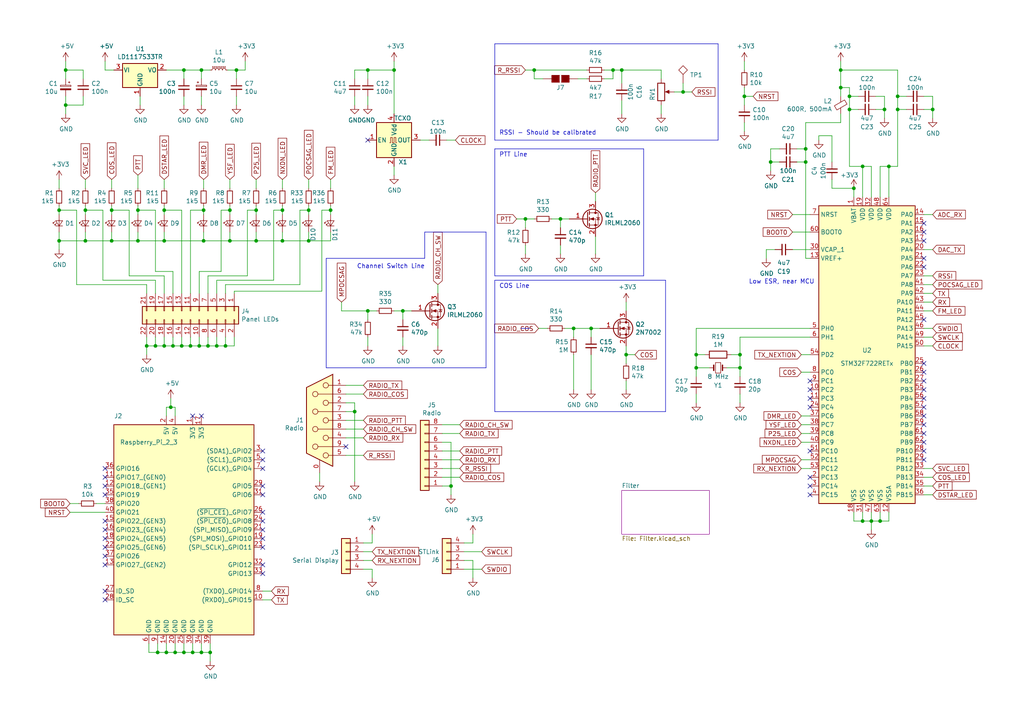
<source format=kicad_sch>
(kicad_sch (version 20200506) (host eeschema "5.99.0-unknown-632494c~88~ubuntu19.10.1")
  (page "A4")
  (title_block (title "MMDVM_RPT_Hat") (date "2020-05-11") (rev "0.3") (company "DB9MAT, DF2ET") (comment 3 "F0DEI Design") (comment 4 "MMDVM_RPT_Hat with integrated STM32F7"))
  (junction (at 17.145 60.96))
  (junction (at 17.145 69.85))
  (junction (at 19.05 20.32))
  (junction (at 19.05 30.48))
  (junction (at 24.765 60.96))
  (junction (at 24.765 69.85))
  (junction (at 32.385 60.96))
  (junction (at 32.385 69.85))
  (junction (at 40.005 60.96))
  (junction (at 40.005 69.85))
  (junction (at 42.545 100.33))
  (junction (at 45.085 100.33))
  (junction (at 45.72 189.23))
  (junction (at 47.625 60.96))
  (junction (at 47.625 69.85))
  (junction (at 47.625 100.33))
  (junction (at 48.26 189.23))
  (junction (at 49.53 118.11))
  (junction (at 50.165 100.33))
  (junction (at 50.8 189.23))
  (junction (at 52.705 100.33))
  (junction (at 53.34 20.32))
  (junction (at 53.34 189.23))
  (junction (at 55.245 100.33))
  (junction (at 55.88 189.23))
  (junction (at 57.785 100.33))
  (junction (at 58.42 20.32))
  (junction (at 58.42 189.23))
  (junction (at 59.055 60.96))
  (junction (at 59.055 69.85))
  (junction (at 60.325 100.33))
  (junction (at 60.96 189.23))
  (junction (at 62.865 100.33))
  (junction (at 65.405 100.33))
  (junction (at 66.675 60.96))
  (junction (at 66.675 69.85))
  (junction (at 68.58 20.32))
  (junction (at 74.295 60.96))
  (junction (at 74.295 69.85))
  (junction (at 81.915 60.96))
  (junction (at 81.915 69.85))
  (junction (at 89.535 60.96))
  (junction (at 89.535 69.85))
  (junction (at 95.885 60.96))
  (junction (at 102.87 119.38))
  (junction (at 106.68 20.32))
  (junction (at 106.68 90.17))
  (junction (at 114.3 20.32))
  (junction (at 116.84 90.17))
  (junction (at 130.81 140.97))
  (junction (at 152.4 63.5))
  (junction (at 154.94 20.32))
  (junction (at 162.56 63.5))
  (junction (at 166.37 95.25))
  (junction (at 171.45 95.25))
  (junction (at 177.8 20.32))
  (junction (at 180.34 20.32))
  (junction (at 181.61 102.87))
  (junction (at 198.12 26.67))
  (junction (at 201.93 102.87))
  (junction (at 201.93 106.68))
  (junction (at 214.63 102.87))
  (junction (at 214.63 106.68))
  (junction (at 215.9 27.94))
  (junction (at 223.52 46.99))
  (junction (at 233.68 43.18))
  (junction (at 233.68 46.99))
  (junction (at 243.84 20.32))
  (junction (at 243.84 25.4))
  (junction (at 246.38 27.94))
  (junction (at 246.38 31.75))
  (junction (at 247.65 54.61))
  (junction (at 250.19 48.26))
  (junction (at 250.19 151.13))
  (junction (at 252.73 151.13))
  (junction (at 255.27 151.13))
  (junction (at 256.54 31.75))
  (junction (at 257.81 48.26))
  (junction (at 260.35 27.94))
  (junction (at 260.35 31.75))
  (junction (at 270.51 31.75))
  (no_connect (at 267.97 110.49))
  (no_connect (at 267.97 123.19))
  (no_connect (at 267.97 113.03))
  (no_connect (at 76.2 130.81))
  (no_connect (at 267.97 69.85))
  (no_connect (at 234.95 118.11))
  (no_connect (at 30.48 138.43))
  (no_connect (at 76.2 140.97))
  (no_connect (at 58.42 120.65))
  (no_connect (at 267.97 120.65))
  (no_connect (at 30.48 171.45))
  (no_connect (at 267.97 105.41))
  (no_connect (at 76.2 143.51))
  (no_connect (at 30.48 163.83))
  (no_connect (at 267.97 125.73))
  (no_connect (at 267.97 77.47))
  (no_connect (at 267.97 133.35))
  (no_connect (at 234.95 140.97))
  (no_connect (at 76.2 133.35))
  (no_connect (at 234.95 138.43))
  (no_connect (at 76.2 158.75))
  (no_connect (at 76.2 148.59))
  (no_connect (at 76.2 153.67))
  (no_connect (at 30.48 173.99))
  (no_connect (at 267.97 130.81))
  (no_connect (at 30.48 135.89))
  (no_connect (at 76.2 166.37))
  (no_connect (at 76.2 156.21))
  (no_connect (at 76.2 135.89))
  (no_connect (at 55.88 120.65))
  (no_connect (at 267.97 64.77))
  (no_connect (at 234.95 113.03))
  (no_connect (at 234.95 143.51))
  (no_connect (at 267.97 67.31))
  (no_connect (at 30.48 158.75))
  (no_connect (at 234.95 115.57))
  (no_connect (at 267.97 118.11))
  (no_connect (at 267.97 74.93))
  (no_connect (at 267.97 115.57))
  (no_connect (at 106.68 40.64))
  (no_connect (at 30.48 153.67))
  (no_connect (at 267.97 107.95))
  (no_connect (at 76.2 163.83))
  (no_connect (at 234.95 130.81))
  (no_connect (at 30.48 161.29))
  (no_connect (at 30.48 140.97))
  (no_connect (at 30.48 156.21))
  (no_connect (at 267.97 128.27))
  (no_connect (at 267.97 92.71))
  (no_connect (at 30.48 143.51))
  (no_connect (at 234.95 110.49))
  (no_connect (at 100.33 129.54))
  (no_connect (at 30.48 151.13))
  (no_connect (at 76.2 151.13))
  (wire (pts (xy 17.145 52.07) (xy 17.145 54.61)))
  (wire (pts (xy 17.145 59.69) (xy 17.145 60.96)))
  (wire (pts (xy 17.145 60.96) (xy 17.145 62.23)))
  (wire (pts (xy 17.145 60.96) (xy 22.225 60.96)))
  (wire (pts (xy 17.145 67.31) (xy 17.145 69.85)))
  (wire (pts (xy 17.145 69.85) (xy 17.145 72.39)))
  (wire (pts (xy 17.145 69.85) (xy 24.765 69.85)))
  (wire (pts (xy 19.05 17.78) (xy 19.05 20.32)))
  (wire (pts (xy 19.05 20.32) (xy 19.05 22.86)))
  (wire (pts (xy 19.05 20.32) (xy 24.13 20.32)))
  (wire (pts (xy 19.05 27.94) (xy 19.05 30.48)))
  (wire (pts (xy 19.05 30.48) (xy 19.05 33.02)))
  (wire (pts (xy 19.05 30.48) (xy 24.13 30.48)))
  (wire (pts (xy 20.32 146.05) (xy 22.86 146.05)))
  (wire (pts (xy 20.32 148.59) (xy 30.48 148.59)))
  (wire (pts (xy 22.225 60.96) (xy 22.225 82.55)))
  (wire (pts (xy 22.225 82.55) (xy 42.545 82.55)))
  (wire (pts (xy 24.13 20.32) (xy 24.13 22.86)))
  (wire (pts (xy 24.13 30.48) (xy 24.13 27.94)))
  (wire (pts (xy 24.765 52.07) (xy 24.765 54.61)))
  (wire (pts (xy 24.765 59.69) (xy 24.765 60.96)))
  (wire (pts (xy 24.765 60.96) (xy 24.765 62.23)))
  (wire (pts (xy 24.765 60.96) (xy 29.845 60.96)))
  (wire (pts (xy 24.765 69.85) (xy 24.765 67.31)))
  (wire (pts (xy 24.765 69.85) (xy 32.385 69.85)))
  (wire (pts (xy 27.94 146.05) (xy 30.48 146.05)))
  (wire (pts (xy 29.845 60.96) (xy 29.845 81.28)))
  (wire (pts (xy 29.845 81.28) (xy 45.085 81.28)))
  (wire (pts (xy 30.48 20.32) (xy 30.48 17.78)))
  (wire (pts (xy 32.385 52.07) (xy 32.385 54.61)))
  (wire (pts (xy 32.385 59.69) (xy 32.385 60.96)))
  (wire (pts (xy 32.385 60.96) (xy 32.385 62.23)))
  (wire (pts (xy 32.385 60.96) (xy 37.465 60.96)))
  (wire (pts (xy 32.385 67.31) (xy 32.385 69.85)))
  (wire (pts (xy 32.385 69.85) (xy 40.005 69.85)))
  (wire (pts (xy 33.02 20.32) (xy 30.48 20.32)))
  (wire (pts (xy 37.465 60.96) (xy 37.465 80.01)))
  (wire (pts (xy 37.465 80.01) (xy 47.625 80.01)))
  (wire (pts (xy 40.005 50.8) (xy 40.005 54.61)))
  (wire (pts (xy 40.005 59.69) (xy 40.005 60.96)))
  (wire (pts (xy 40.005 60.96) (xy 40.005 62.23)))
  (wire (pts (xy 40.005 60.96) (xy 45.085 60.96)))
  (wire (pts (xy 40.005 67.31) (xy 40.005 69.85)))
  (wire (pts (xy 40.005 69.85) (xy 47.625 69.85)))
  (wire (pts (xy 40.64 27.94) (xy 40.64 30.48)))
  (wire (pts (xy 42.545 82.55) (xy 42.545 85.09)))
  (wire (pts (xy 42.545 97.79) (xy 42.545 100.33)))
  (wire (pts (xy 42.545 100.33) (xy 42.545 102.87)))
  (wire (pts (xy 42.545 100.33) (xy 45.085 100.33)))
  (wire (pts (xy 43.18 186.69) (xy 43.18 189.23)))
  (wire (pts (xy 43.18 189.23) (xy 45.72 189.23)))
  (wire (pts (xy 45.085 60.96) (xy 45.085 78.74)))
  (wire (pts (xy 45.085 78.74) (xy 50.165 78.74)))
  (wire (pts (xy 45.085 81.28) (xy 45.085 85.09)))
  (wire (pts (xy 45.085 97.79) (xy 45.085 100.33)))
  (wire (pts (xy 45.085 100.33) (xy 47.625 100.33)))
  (wire (pts (xy 45.72 186.69) (xy 45.72 189.23)))
  (wire (pts (xy 45.72 189.23) (xy 48.26 189.23)))
  (wire (pts (xy 47.625 52.07) (xy 47.625 54.61)))
  (wire (pts (xy 47.625 59.69) (xy 47.625 60.96)))
  (wire (pts (xy 47.625 60.96) (xy 47.625 62.23)))
  (wire (pts (xy 47.625 60.96) (xy 52.705 60.96)))
  (wire (pts (xy 47.625 69.85) (xy 47.625 67.31)))
  (wire (pts (xy 47.625 69.85) (xy 59.055 69.85)))
  (wire (pts (xy 47.625 80.01) (xy 47.625 85.09)))
  (wire (pts (xy 47.625 97.79) (xy 47.625 100.33)))
  (wire (pts (xy 47.625 100.33) (xy 50.165 100.33)))
  (wire (pts (xy 48.26 20.32) (xy 53.34 20.32)))
  (wire (pts (xy 48.26 118.11) (xy 49.53 118.11)))
  (wire (pts (xy 48.26 120.65) (xy 48.26 118.11)))
  (wire (pts (xy 48.26 186.69) (xy 48.26 189.23)))
  (wire (pts (xy 48.26 189.23) (xy 50.8 189.23)))
  (wire (pts (xy 49.53 118.11) (xy 49.53 115.57)))
  (wire (pts (xy 49.53 118.11) (xy 50.8 118.11)))
  (wire (pts (xy 50.165 78.74) (xy 50.165 85.09)))
  (wire (pts (xy 50.165 97.79) (xy 50.165 100.33)))
  (wire (pts (xy 50.165 100.33) (xy 52.705 100.33)))
  (wire (pts (xy 50.8 118.11) (xy 50.8 120.65)))
  (wire (pts (xy 50.8 186.69) (xy 50.8 189.23)))
  (wire (pts (xy 50.8 189.23) (xy 53.34 189.23)))
  (wire (pts (xy 52.705 60.96) (xy 52.705 85.09)))
  (wire (pts (xy 52.705 97.79) (xy 52.705 100.33)))
  (wire (pts (xy 52.705 100.33) (xy 55.245 100.33)))
  (wire (pts (xy 53.34 20.32) (xy 53.34 22.86)))
  (wire (pts (xy 53.34 20.32) (xy 58.42 20.32)))
  (wire (pts (xy 53.34 27.94) (xy 53.34 30.48)))
  (wire (pts (xy 53.34 186.69) (xy 53.34 189.23)))
  (wire (pts (xy 53.34 189.23) (xy 55.88 189.23)))
  (wire (pts (xy 55.245 60.96) (xy 59.055 60.96)))
  (wire (pts (xy 55.245 85.09) (xy 55.245 60.96)))
  (wire (pts (xy 55.245 97.79) (xy 55.245 100.33)))
  (wire (pts (xy 55.245 100.33) (xy 57.785 100.33)))
  (wire (pts (xy 55.88 186.69) (xy 55.88 189.23)))
  (wire (pts (xy 55.88 189.23) (xy 58.42 189.23)))
  (wire (pts (xy 57.785 78.74) (xy 64.135 78.74)))
  (wire (pts (xy 57.785 85.09) (xy 57.785 78.74)))
  (wire (pts (xy 57.785 97.79) (xy 57.785 100.33)))
  (wire (pts (xy 57.785 100.33) (xy 60.325 100.33)))
  (wire (pts (xy 58.42 20.32) (xy 58.42 22.86)))
  (wire (pts (xy 58.42 20.32) (xy 60.96 20.32)))
  (wire (pts (xy 58.42 27.94) (xy 58.42 30.48)))
  (wire (pts (xy 58.42 186.69) (xy 58.42 189.23)))
  (wire (pts (xy 58.42 189.23) (xy 60.96 189.23)))
  (wire (pts (xy 59.055 52.07) (xy 59.055 54.61)))
  (wire (pts (xy 59.055 59.69) (xy 59.055 60.96)))
  (wire (pts (xy 59.055 60.96) (xy 59.055 62.23)))
  (wire (pts (xy 59.055 67.31) (xy 59.055 69.85)))
  (wire (pts (xy 59.055 69.85) (xy 66.675 69.85)))
  (wire (pts (xy 60.325 80.01) (xy 71.755 80.01)))
  (wire (pts (xy 60.325 85.09) (xy 60.325 80.01)))
  (wire (pts (xy 60.325 97.79) (xy 60.325 100.33)))
  (wire (pts (xy 60.325 100.33) (xy 62.865 100.33)))
  (wire (pts (xy 60.96 186.69) (xy 60.96 189.23)))
  (wire (pts (xy 60.96 189.23) (xy 60.96 191.77)))
  (wire (pts (xy 62.865 81.28) (xy 79.375 81.28)))
  (wire (pts (xy 62.865 85.09) (xy 62.865 81.28)))
  (wire (pts (xy 62.865 97.79) (xy 62.865 100.33)))
  (wire (pts (xy 62.865 100.33) (xy 65.405 100.33)))
  (wire (pts (xy 64.135 60.96) (xy 64.135 78.74)))
  (wire (pts (xy 65.405 82.55) (xy 86.995 82.55)))
  (wire (pts (xy 65.405 85.09) (xy 65.405 82.55)))
  (wire (pts (xy 65.405 100.33) (xy 65.405 97.79)))
  (wire (pts (xy 65.405 100.33) (xy 67.945 100.33)))
  (wire (pts (xy 66.04 20.32) (xy 68.58 20.32)))
  (wire (pts (xy 66.675 52.07) (xy 66.675 54.61)))
  (wire (pts (xy 66.675 59.69) (xy 66.675 60.96)))
  (wire (pts (xy 66.675 60.96) (xy 64.135 60.96)))
  (wire (pts (xy 66.675 60.96) (xy 66.675 62.23)))
  (wire (pts (xy 66.675 67.31) (xy 66.675 69.85)))
  (wire (pts (xy 66.675 69.85) (xy 74.295 69.85)))
  (wire (pts (xy 67.945 84.455) (xy 67.945 85.09)))
  (wire (pts (xy 67.945 100.33) (xy 67.945 97.79)))
  (wire (pts (xy 68.58 20.32) (xy 68.58 22.86)))
  (wire (pts (xy 68.58 20.32) (xy 71.12 20.32)))
  (wire (pts (xy 68.58 27.94) (xy 68.58 30.48)))
  (wire (pts (xy 71.12 20.32) (xy 71.12 17.78)))
  (wire (pts (xy 71.755 60.96) (xy 71.755 80.01)))
  (wire (pts (xy 74.295 52.07) (xy 74.295 54.61)))
  (wire (pts (xy 74.295 59.69) (xy 74.295 60.96)))
  (wire (pts (xy 74.295 60.96) (xy 71.755 60.96)))
  (wire (pts (xy 74.295 60.96) (xy 74.295 62.23)))
  (wire (pts (xy 74.295 67.31) (xy 74.295 69.85)))
  (wire (pts (xy 74.295 69.85) (xy 81.915 69.85)))
  (wire (pts (xy 76.2 171.45) (xy 78.74 171.45)))
  (wire (pts (xy 76.2 173.99) (xy 78.74 173.99)))
  (wire (pts (xy 79.375 60.96) (xy 79.375 81.28)))
  (wire (pts (xy 81.915 52.07) (xy 81.915 54.61)))
  (wire (pts (xy 81.915 59.69) (xy 81.915 60.96)))
  (wire (pts (xy 81.915 60.96) (xy 79.375 60.96)))
  (wire (pts (xy 81.915 60.96) (xy 81.915 62.23)))
  (wire (pts (xy 81.915 67.31) (xy 81.915 69.85)))
  (wire (pts (xy 81.915 69.85) (xy 89.535 69.85)))
  (wire (pts (xy 86.995 60.96) (xy 89.535 60.96)))
  (wire (pts (xy 86.995 82.55) (xy 86.995 60.96)))
  (wire (pts (xy 89.535 52.07) (xy 89.535 54.61)))
  (wire (pts (xy 89.535 60.96) (xy 89.535 59.69)))
  (wire (pts (xy 89.535 62.23) (xy 89.535 60.96)))
  (wire (pts (xy 89.535 69.85) (xy 89.535 67.31)))
  (wire (pts (xy 89.535 69.85) (xy 95.885 69.85)))
  (wire (pts (xy 92.71 137.16) (xy 92.71 139.7)))
  (wire (pts (xy 93.345 60.96) (xy 93.345 84.455)))
  (wire (pts (xy 93.345 84.455) (xy 67.945 84.455)))
  (wire (pts (xy 95.885 52.07) (xy 95.885 54.61)))
  (wire (pts (xy 95.885 59.69) (xy 95.885 60.96)))
  (wire (pts (xy 95.885 60.96) (xy 93.345 60.96)))
  (wire (pts (xy 95.885 60.96) (xy 95.885 62.23)))
  (wire (pts (xy 95.885 67.31) (xy 95.885 69.85)))
  (wire (pts (xy 99.06 90.17) (xy 99.06 87.63)))
  (wire (pts (xy 99.06 90.17) (xy 106.68 90.17)))
  (wire (pts (xy 100.33 111.76) (xy 105.41 111.76)))
  (wire (pts (xy 100.33 114.3) (xy 105.41 114.3)))
  (wire (pts (xy 100.33 116.84) (xy 102.87 116.84)))
  (wire (pts (xy 100.33 119.38) (xy 102.87 119.38)))
  (wire (pts (xy 100.33 121.92) (xy 105.41 121.92)))
  (wire (pts (xy 100.33 124.46) (xy 105.41 124.46)))
  (wire (pts (xy 100.33 127) (xy 105.41 127)))
  (wire (pts (xy 100.33 132.08) (xy 105.41 132.08)))
  (wire (pts (xy 102.87 20.32) (xy 106.68 20.32)))
  (wire (pts (xy 102.87 22.86) (xy 102.87 20.32)))
  (wire (pts (xy 102.87 27.94) (xy 102.87 30.48)))
  (wire (pts (xy 102.87 116.84) (xy 102.87 119.38)))
  (wire (pts (xy 102.87 119.38) (xy 102.87 139.7)))
  (wire (pts (xy 105.41 157.48) (xy 107.95 157.48)))
  (wire (pts (xy 105.41 160.02) (xy 107.95 160.02)))
  (wire (pts (xy 105.41 162.56) (xy 107.95 162.56)))
  (wire (pts (xy 105.41 165.1) (xy 107.95 165.1)))
  (wire (pts (xy 106.68 20.32) (xy 106.68 22.86)))
  (wire (pts (xy 106.68 20.32) (xy 114.3 20.32)))
  (wire (pts (xy 106.68 27.94) (xy 106.68 30.48)))
  (wire (pts (xy 106.68 90.17) (xy 106.68 92.71)))
  (wire (pts (xy 106.68 97.79) (xy 106.68 100.33)))
  (wire (pts (xy 107.95 157.48) (xy 107.95 154.94)))
  (wire (pts (xy 107.95 165.1) (xy 107.95 167.64)))
  (wire (pts (xy 109.22 90.17) (xy 106.68 90.17)))
  (wire (pts (xy 114.3 17.78) (xy 114.3 20.32)))
  (wire (pts (xy 114.3 20.32) (xy 114.3 33.02)))
  (wire (pts (xy 114.3 48.26) (xy 114.3 50.8)))
  (wire (pts (xy 114.3 90.17) (xy 116.84 90.17)))
  (wire (pts (xy 116.84 90.17) (xy 116.84 92.71)))
  (wire (pts (xy 116.84 97.79) (xy 116.84 100.33)))
  (wire (pts (xy 119.38 90.17) (xy 116.84 90.17)))
  (wire (pts (xy 121.92 40.64) (xy 124.46 40.64)))
  (wire (pts (xy 127 85.09) (xy 127 82.55)))
  (wire (pts (xy 127 95.25) (xy 127 100.33)))
  (wire (pts (xy 128.27 123.19) (xy 133.35 123.19)))
  (wire (pts (xy 128.27 125.73) (xy 133.35 125.73)))
  (wire (pts (xy 128.27 128.27) (xy 130.81 128.27)))
  (wire (pts (xy 128.27 130.81) (xy 133.35 130.81)))
  (wire (pts (xy 128.27 133.35) (xy 133.35 133.35)))
  (wire (pts (xy 128.27 135.89) (xy 133.35 135.89)))
  (wire (pts (xy 128.27 138.43) (xy 133.35 138.43)))
  (wire (pts (xy 128.27 140.97) (xy 130.81 140.97)))
  (wire (pts (xy 129.54 40.64) (xy 132.08 40.64)))
  (wire (pts (xy 130.81 128.27) (xy 130.81 140.97)))
  (wire (pts (xy 130.81 140.97) (xy 130.81 143.51)))
  (wire (pts (xy 134.62 157.48) (xy 137.16 157.48)))
  (wire (pts (xy 134.62 160.02) (xy 139.7 160.02)))
  (wire (pts (xy 134.62 162.56) (xy 137.16 162.56)))
  (wire (pts (xy 134.62 165.1) (xy 139.7 165.1)))
  (wire (pts (xy 137.16 157.48) (xy 137.16 154.94)))
  (wire (pts (xy 137.16 162.56) (xy 137.16 167.64)))
  (wire (pts (xy 152.4 63.5) (xy 149.86 63.5)))
  (wire (pts (xy 152.4 63.5) (xy 152.4 66.04)))
  (wire (pts (xy 152.4 71.12) (xy 152.4 73.66)))
  (wire (pts (xy 154.94 20.32) (xy 152.4 20.32)))
  (wire (pts (xy 154.94 20.32) (xy 170.18 20.32)))
  (wire (pts (xy 154.94 22.86) (xy 154.94 20.32)))
  (wire (pts (xy 154.94 63.5) (xy 152.4 63.5)))
  (wire (pts (xy 156.21 95.25) (xy 158.75 95.25)))
  (wire (pts (xy 157.48 22.86) (xy 154.94 22.86)))
  (wire (pts (xy 160.02 63.5) (xy 162.56 63.5)))
  (wire (pts (xy 162.56 63.5) (xy 162.56 66.04)))
  (wire (pts (xy 162.56 71.12) (xy 162.56 73.66)))
  (wire (pts (xy 163.83 95.25) (xy 166.37 95.25)))
  (wire (pts (xy 165.1 63.5) (xy 162.56 63.5)))
  (wire (pts (xy 166.37 95.25) (xy 166.37 97.79)))
  (wire (pts (xy 166.37 102.87) (xy 166.37 113.03)))
  (wire (pts (xy 167.64 22.86) (xy 170.18 22.86)))
  (wire (pts (xy 171.45 95.25) (xy 166.37 95.25)))
  (wire (pts (xy 171.45 95.25) (xy 171.45 97.79)))
  (wire (pts (xy 171.45 102.87) (xy 171.45 113.03)))
  (wire (pts (xy 172.72 58.42) (xy 172.72 55.88)))
  (wire (pts (xy 172.72 68.58) (xy 172.72 73.66)))
  (wire (pts (xy 173.99 95.25) (xy 171.45 95.25)))
  (wire (pts (xy 175.26 20.32) (xy 177.8 20.32)))
  (wire (pts (xy 177.8 20.32) (xy 177.8 22.86)))
  (wire (pts (xy 177.8 20.32) (xy 180.34 20.32)))
  (wire (pts (xy 177.8 22.86) (xy 175.26 22.86)))
  (wire (pts (xy 180.34 20.32) (xy 180.34 24.13)))
  (wire (pts (xy 180.34 20.32) (xy 191.77 20.32)))
  (wire (pts (xy 180.34 29.21) (xy 180.34 33.02)))
  (wire (pts (xy 181.61 87.63) (xy 181.61 90.17)))
  (wire (pts (xy 181.61 100.33) (xy 181.61 102.87)))
  (wire (pts (xy 181.61 102.87) (xy 181.61 105.41)))
  (wire (pts (xy 181.61 102.87) (xy 184.15 102.87)))
  (wire (pts (xy 181.61 110.49) (xy 181.61 113.03)))
  (wire (pts (xy 191.77 20.32) (xy 191.77 22.86)))
  (wire (pts (xy 191.77 30.48) (xy 191.77 33.02)))
  (wire (pts (xy 195.58 26.67) (xy 198.12 26.67)))
  (wire (pts (xy 198.12 24.13) (xy 198.12 26.67)))
  (wire (pts (xy 198.12 26.67) (xy 200.66 26.67)))
  (wire (pts (xy 201.93 95.25) (xy 201.93 102.87)))
  (wire (pts (xy 201.93 95.25) (xy 234.95 95.25)))
  (wire (pts (xy 201.93 102.87) (xy 201.93 106.68)))
  (wire (pts (xy 201.93 106.68) (xy 205.74 106.68)))
  (wire (pts (xy 201.93 109.22) (xy 201.93 106.68)))
  (wire (pts (xy 201.93 116.84) (xy 201.93 114.3)))
  (wire (pts (xy 204.47 102.87) (xy 201.93 102.87)))
  (wire (pts (xy 212.09 102.87) (xy 214.63 102.87)))
  (wire (pts (xy 214.63 97.79) (xy 214.63 102.87)))
  (wire (pts (xy 214.63 97.79) (xy 234.95 97.79)))
  (wire (pts (xy 214.63 102.87) (xy 214.63 106.68)))
  (wire (pts (xy 214.63 106.68) (xy 210.82 106.68)))
  (wire (pts (xy 214.63 106.68) (xy 214.63 109.22)))
  (wire (pts (xy 214.63 116.84) (xy 214.63 114.3)))
  (wire (pts (xy 215.9 17.78) (xy 215.9 20.32)))
  (wire (pts (xy 215.9 25.4) (xy 215.9 27.94)))
  (wire (pts (xy 215.9 27.94) (xy 215.9 30.48)))
  (wire (pts (xy 215.9 27.94) (xy 218.44 27.94)))
  (wire (pts (xy 215.9 35.56) (xy 215.9 38.1)))
  (wire (pts (xy 222.25 72.39) (xy 222.25 74.93)))
  (wire (pts (xy 223.52 43.18) (xy 223.52 46.99)))
  (wire (pts (xy 223.52 46.99) (xy 223.52 49.53)))
  (wire (pts (xy 224.79 72.39) (xy 222.25 72.39)))
  (wire (pts (xy 226.06 43.18) (xy 223.52 43.18)))
  (wire (pts (xy 226.06 46.99) (xy 223.52 46.99)))
  (wire (pts (xy 231.14 43.18) (xy 233.68 43.18)))
  (wire (pts (xy 231.14 46.99) (xy 233.68 46.99)))
  (wire (pts (xy 232.41 102.87) (xy 234.95 102.87)))
  (wire (pts (xy 232.41 107.95) (xy 234.95 107.95)))
  (wire (pts (xy 232.41 120.65) (xy 234.95 120.65)))
  (wire (pts (xy 232.41 123.19) (xy 234.95 123.19)))
  (wire (pts (xy 232.41 125.73) (xy 234.95 125.73)))
  (wire (pts (xy 232.41 128.27) (xy 234.95 128.27)))
  (wire (pts (xy 232.41 133.35) (xy 234.95 133.35)))
  (wire (pts (xy 232.41 135.89) (xy 234.95 135.89)))
  (wire (pts (xy 233.68 35.56) (xy 233.68 43.18)))
  (wire (pts (xy 233.68 35.56) (xy 243.84 35.56)))
  (wire (pts (xy 233.68 43.18) (xy 233.68 46.99)))
  (wire (pts (xy 233.68 74.93) (xy 233.68 46.99)))
  (wire (pts (xy 234.95 62.23) (xy 229.87 62.23)))
  (wire (pts (xy 234.95 67.31) (xy 229.87 67.31)))
  (wire (pts (xy 234.95 72.39) (xy 229.87 72.39)))
  (wire (pts (xy 234.95 74.93) (xy 233.68 74.93)))
  (wire (pts (xy 237.49 39.37) (xy 237.49 40.64)))
  (wire (pts (xy 241.3 39.37) (xy 237.49 39.37)))
  (wire (pts (xy 241.3 46.99) (xy 241.3 39.37)))
  (wire (pts (xy 241.3 54.61) (xy 241.3 52.07)))
  (wire (pts (xy 241.3 54.61) (xy 247.65 54.61)))
  (wire (pts (xy 243.84 20.32) (xy 243.84 17.78)))
  (wire (pts (xy 243.84 20.32) (xy 260.35 20.32)))
  (wire (pts (xy 243.84 25.4) (xy 243.84 20.32)))
  (wire (pts (xy 243.84 25.4) (xy 246.38 25.4)))
  (wire (pts (xy 243.84 27.94) (xy 243.84 25.4)))
  (wire (pts (xy 243.84 35.56) (xy 243.84 33.02)))
  (wire (pts (xy 246.38 25.4) (xy 246.38 27.94)))
  (wire (pts (xy 246.38 27.94) (xy 248.92 27.94)))
  (wire (pts (xy 246.38 31.75) (xy 246.38 27.94)))
  (wire (pts (xy 246.38 31.75) (xy 246.38 48.26)))
  (wire (pts (xy 247.65 54.61) (xy 247.65 57.15)))
  (wire (pts (xy 247.65 148.59) (xy 247.65 151.13)))
  (wire (pts (xy 247.65 151.13) (xy 250.19 151.13)))
  (wire (pts (xy 248.92 31.75) (xy 246.38 31.75)))
  (wire (pts (xy 250.19 48.26) (xy 246.38 48.26)))
  (wire (pts (xy 250.19 48.26) (xy 252.73 48.26)))
  (wire (pts (xy 250.19 57.15) (xy 250.19 48.26)))
  (wire (pts (xy 250.19 148.59) (xy 250.19 151.13)))
  (wire (pts (xy 250.19 151.13) (xy 252.73 151.13)))
  (wire (pts (xy 252.73 48.26) (xy 252.73 57.15)))
  (wire (pts (xy 252.73 148.59) (xy 252.73 151.13)))
  (wire (pts (xy 252.73 151.13) (xy 252.73 153.67)))
  (wire (pts (xy 252.73 151.13) (xy 255.27 151.13)))
  (wire (pts (xy 254 27.94) (xy 256.54 27.94)))
  (wire (pts (xy 254 31.75) (xy 256.54 31.75)))
  (wire (pts (xy 255.27 48.26) (xy 257.81 48.26)))
  (wire (pts (xy 255.27 57.15) (xy 255.27 48.26)))
  (wire (pts (xy 255.27 148.59) (xy 255.27 151.13)))
  (wire (pts (xy 255.27 151.13) (xy 257.81 151.13)))
  (wire (pts (xy 256.54 27.94) (xy 256.54 31.75)))
  (wire (pts (xy 256.54 31.75) (xy 256.54 34.29)))
  (wire (pts (xy 257.81 48.26) (xy 260.35 48.26)))
  (wire (pts (xy 257.81 57.15) (xy 257.81 48.26)))
  (wire (pts (xy 257.81 151.13) (xy 257.81 148.59)))
  (wire (pts (xy 260.35 20.32) (xy 260.35 27.94)))
  (wire (pts (xy 260.35 27.94) (xy 260.35 31.75)))
  (wire (pts (xy 260.35 27.94) (xy 262.89 27.94)))
  (wire (pts (xy 260.35 48.26) (xy 260.35 31.75)))
  (wire (pts (xy 262.89 31.75) (xy 260.35 31.75)))
  (wire (pts (xy 267.97 27.94) (xy 270.51 27.94)))
  (wire (pts (xy 267.97 31.75) (xy 270.51 31.75)))
  (wire (pts (xy 267.97 62.23) (xy 270.51 62.23)))
  (wire (pts (xy 267.97 72.39) (xy 270.51 72.39)))
  (wire (pts (xy 267.97 80.01) (xy 270.51 80.01)))
  (wire (pts (xy 267.97 82.55) (xy 270.51 82.55)))
  (wire (pts (xy 267.97 85.09) (xy 270.51 85.09)))
  (wire (pts (xy 267.97 87.63) (xy 270.51 87.63)))
  (wire (pts (xy 267.97 90.17) (xy 270.51 90.17)))
  (wire (pts (xy 267.97 95.25) (xy 270.51 95.25)))
  (wire (pts (xy 267.97 97.79) (xy 270.51 97.79)))
  (wire (pts (xy 267.97 100.33) (xy 270.51 100.33)))
  (wire (pts (xy 267.97 135.89) (xy 270.51 135.89)))
  (wire (pts (xy 267.97 138.43) (xy 270.51 138.43)))
  (wire (pts (xy 267.97 140.97) (xy 270.51 140.97)))
  (wire (pts (xy 267.97 143.51) (xy 270.51 143.51)))
  (wire (pts (xy 270.51 27.94) (xy 270.51 31.75)))
  (wire (pts (xy 270.51 31.75) (xy 270.51 34.29)))
  (polyline (pts (xy 94.615 74.93) (xy 94.615 106.68)))
  (polyline (pts (xy 94.615 106.68) (xy 95.25 106.68)))
  (polyline (pts (xy 95.25 106.68) (xy 140.97 106.68)))
  (polyline (pts (xy 123.19 67.31) (xy 123.19 74.93)))
  (polyline (pts (xy 123.19 74.93) (xy 94.615 74.93)))
  (polyline (pts (xy 140.97 67.31) (xy 123.19 67.31)))
  (polyline (pts (xy 140.97 67.31) (xy 140.97 106.68)))
  (polyline (pts (xy 143.51 12.7) (xy 208.28 12.7)))
  (polyline (pts (xy 143.51 40.64) (xy 143.51 12.7)))
  (polyline (pts (xy 143.51 43.18) (xy 186.69 43.18)))
  (polyline (pts (xy 143.51 80.01) (xy 143.51 43.18)))
  (polyline (pts (xy 143.51 81.28) (xy 193.04 81.28)))
  (polyline (pts (xy 143.51 119.38) (xy 143.51 81.28)))
  (polyline (pts (xy 153.67 95.25) (xy 151.13 95.25)))
  (polyline (pts (xy 186.69 43.18) (xy 186.69 80.01)))
  (polyline (pts (xy 186.69 80.01) (xy 143.51 80.01)))
  (polyline (pts (xy 193.04 81.28) (xy 193.04 119.38)))
  (polyline (pts (xy 193.04 119.38) (xy 143.51 119.38)))
  (polyline (pts (xy 208.28 12.7) (xy 208.28 40.64)))
  (polyline (pts (xy 208.28 40.64) (xy 143.51 40.64)))
  (text "Channel Switch Line" (at 103.505 78.105 0) (effects (font (size 1.27 1.27)) (justify left bottom)))
  (text "RSSI - Should be calibrated" (at 144.78 39.37 0) (effects (font (size 1.27 1.27)) (justify left bottom)))
  (text "PTT Line" (at 144.78 45.72 0) (effects (font (size 1.27 1.27)) (justify left bottom)))
  (text "COS Line" (at 144.78 83.82 0) (effects (font (size 1.27 1.27)) (justify left bottom)))
  (text "Low ESR, near MCU" (at 217.17 82.55 0) (effects (font (size 1.27 1.27)) (justify left bottom)))
  (global_label "BOOT0" (shape input) (at 20.32 146.05 180))
  (global_label "NRST" (shape input) (at 20.32 148.59 180))
  (global_label "SVC_LED" (shape input) (at 24.765 52.07 90))
  (global_label "COS_LED" (shape input) (at 32.385 52.07 90))
  (global_label "PTT" (shape input) (at 40.005 50.8 90))
  (global_label "DSTAR_LED" (shape input) (at 47.625 52.07 90))
  (global_label "DMR_LED" (shape input) (at 59.055 52.07 90))
  (global_label "YSF_LED" (shape input) (at 66.675 52.07 90))
  (global_label "P25_LED" (shape input) (at 74.295 52.07 90))
  (global_label "RX" (shape input) (at 78.74 171.45 0))
  (global_label "TX" (shape input) (at 78.74 173.99 0))
  (global_label "NXDN_LED" (shape input) (at 81.915 52.07 90))
  (global_label "POCSAG_LED" (shape input) (at 89.535 52.07 90))
  (global_label "FM_LED" (shape input) (at 95.885 52.07 90))
  (global_label "MPOCSAG" (shape input) (at 99.06 87.63 90))
  (global_label "RADIO_TX" (shape input) (at 105.41 111.76 0))
  (global_label "RADIO_COS" (shape input) (at 105.41 114.3 0))
  (global_label "RADIO_PTT" (shape input) (at 105.41 121.92 0))
  (global_label "RADIO_CH_SW" (shape input) (at 105.41 124.46 0))
  (global_label "RADIO_RX" (shape input) (at 105.41 127 0))
  (global_label "R_RSSI" (shape input) (at 105.41 132.08 0))
  (global_label "TX_NEXTION" (shape input) (at 107.95 160.02 0))
  (global_label "RX_NEXTION" (shape input) (at 107.95 162.56 0))
  (global_label "RADIO_CH_SW" (shape input) (at 127 82.55 90))
  (global_label "CLOCK" (shape input) (at 132.08 40.64 0))
  (global_label "RADIO_CH_SW" (shape input) (at 133.35 123.19 0))
  (global_label "RADIO_TX" (shape input) (at 133.35 125.73 0))
  (global_label "RADIO_PTT" (shape input) (at 133.35 130.81 0))
  (global_label "RADIO_RX" (shape input) (at 133.35 133.35 0))
  (global_label "R_RSSI" (shape input) (at 133.35 135.89 0))
  (global_label "RADIO_COS" (shape input) (at 133.35 138.43 0))
  (global_label "SWCLK" (shape input) (at 139.7 160.02 0))
  (global_label "SWDIO" (shape input) (at 139.7 165.1 0))
  (global_label "PTT" (shape input) (at 149.86 63.5 180))
  (global_label "R_RSSI" (shape input) (at 152.4 20.32 180))
  (global_label "RADIO_COS" (shape input) (at 156.21 95.25 180))
  (global_label "RADIO_PTT" (shape input) (at 172.72 55.88 90))
  (global_label "COS" (shape input) (at 184.15 102.87 0))
  (global_label "RSSI" (shape input) (at 200.66 26.67 0))
  (global_label "NRST" (shape input) (at 218.44 27.94 0))
  (global_label "NRST" (shape input) (at 229.87 62.23 180))
  (global_label "BOOT0" (shape input) (at 229.87 67.31 180))
  (global_label "TX_NEXTION" (shape input) (at 232.41 102.87 180))
  (global_label "COS" (shape input) (at 232.41 107.95 180))
  (global_label "DMR_LED" (shape input) (at 232.41 120.65 180))
  (global_label "YSF_LED" (shape input) (at 232.41 123.19 180))
  (global_label "P25_LED" (shape input) (at 232.41 125.73 180))
  (global_label "NXDN_LED" (shape input) (at 232.41 128.27 180))
  (global_label "MPOCSAG" (shape input) (at 232.41 133.35 180))
  (global_label "RX_NEXTION" (shape input) (at 232.41 135.89 180))
  (global_label "ADC_RX" (shape input) (at 270.51 62.23 0))
  (global_label "DAC_TX" (shape input) (at 270.51 72.39 0))
  (global_label "RSSI" (shape input) (at 270.51 80.01 0))
  (global_label "POCSAG_LED" (shape input) (at 270.51 82.55 0))
  (global_label "TX" (shape input) (at 270.51 85.09 0))
  (global_label "RX" (shape input) (at 270.51 87.63 0))
  (global_label "FM_LED" (shape input) (at 270.51 90.17 0))
  (global_label "SWDIO" (shape input) (at 270.51 95.25 0))
  (global_label "SWCLK" (shape input) (at 270.51 97.79 0))
  (global_label "CLOCK" (shape input) (at 270.51 100.33 0))
  (global_label "SVC_LED" (shape input) (at 270.51 135.89 0))
  (global_label "COS_LED" (shape input) (at 270.51 138.43 0))
  (global_label "PTT" (shape input) (at 270.51 140.97 0))
  (global_label "DSTAR_LED" (shape input) (at 270.51 143.51 0))
  (symbol (lib_id "power:+3V3") (at 17.145 52.07 0) (unit 1)
    (property "Reference" "#PWR022" (effects hide))
    (property "Value" "+3V3" (at 17.526 47.6758 0))
  )
  (symbol (lib_id "power:+5V") (at 19.05 17.78 0) (unit 1)
    (property "Reference" "#PWR03" (effects hide))
    (property "Value" "+5V" (at 19.431 13.3858 0))
  )
  (symbol (lib_id "power:+5V") (at 30.48 17.78 0) (unit 1)
    (property "Reference" "#PWR05" (effects hide))
    (property "Value" "+5V" (at 30.861 13.3858 0))
  )
  (symbol (lib_id "power:+5V") (at 49.53 115.57 0) (unit 1)
    (property "Reference" "#PWR01" (effects hide))
    (property "Value" "+5V" (at 49.911 111.1758 0))
  )
  (symbol (lib_id "power:+3V3") (at 71.12 17.78 0) (unit 1)
    (property "Reference" "#PWR010" (effects hide))
    (property "Value" "+3V3" (at 71.501 13.3858 0))
  )
  (symbol (lib_id "power:+5V") (at 107.95 154.94 0) (unit 1)
    (property "Reference" "#PWR044" (effects hide))
    (property "Value" "+5V" (at 108.331 150.5458 0))
  )
  (symbol (lib_id "power:+3V3") (at 114.3 17.78 0) (unit 1)
    (property "Reference" "#PWR028" (effects hide))
    (property "Value" "+3V3" (at 114.681 13.3858 0))
  )
  (symbol (lib_id "power:+3V3") (at 137.16 154.94 0) (unit 1)
    (property "Reference" "#PWR047" (effects hide))
    (property "Value" "+3V3" (at 137.541 150.5458 0))
  )
  (symbol (lib_id "power:+3V3") (at 181.61 87.63 0) (unit 1)
    (property "Reference" "#PWR035" (effects hide))
    (property "Value" "+3V3" (at 181.991 83.2358 0))
  )
  (symbol (lib_id "power:+3V3") (at 215.9 17.78 0) (unit 1)
    (property "Reference" "#PWR024" (effects hide))
    (property "Value" "+3V3" (at 216.281 13.3858 0))
  )
  (symbol (lib_id "power:+3V3") (at 243.84 17.78 0) (unit 1)
    (property "Reference" "#PWR017" (effects hide))
    (property "Value" "+3V3" (at 244.221 13.3858 0))
  )
  (symbol (lib_id "power:+3V3") (at 247.65 54.61 0) (unit 1)
    (property "Reference" "#PWR013" (effects hide))
    (property "Value" "+3V3" (at 246.38 50.8 0))
  )
  (symbol (lib_id "MMDVM_RPT_Hat-rescue:L_Core_Ferrite_Small-device-MMDVM_Hat-rescue-MMDVM_Hat-rescue") (at 63.5 20.32 90) (unit 1)
    (property "Reference" "L1" (at 63.5 15.113 90))
    (property "Value" "10u" (at 63.5 17.4244 90))
    (property "Footprint" "Inductors_SMD:L_0603" (effects hide))
    (property "Datasheet" "https://www.mouser.de/datasheet/2/281/o05e-522697.pdf" (effects hide))
    (property "MFR" "Murata Electronics" (effects hide))
    (property "MPN" "LQM18FN100M00D" (effects hide))
    (property "SPR" "Mouser" (effects hide))
    (property "SPN" "81-LQM18FN100M00D" (effects hide))
    (property "SPURL" "-" (effects hide))
  )
  (symbol (lib_id "power:GND") (at 17.145 72.39 0) (unit 1)
    (property "Reference" "#PWR021" (effects hide))
    (property "Value" "GND" (at 17.272 76.7842 0))
  )
  (symbol (lib_id "power:GND") (at 19.05 33.02 0) (unit 1)
    (property "Reference" "#PWR04" (effects hide))
    (property "Value" "GND" (at 19.177 37.4142 0))
  )
  (symbol (lib_id "power:GND") (at 40.64 30.48 0) (unit 1)
    (property "Reference" "#PWR06" (effects hide))
    (property "Value" "GND" (at 40.767 34.8742 0))
  )
  (symbol (lib_id "power:GND") (at 42.545 102.87 0) (unit 1)
    (property "Reference" "#PWR011" (effects hide))
    (property "Value" "GND" (at 42.672 107.2642 0))
  )
  (symbol (lib_id "power:GND") (at 53.34 30.48 0) (unit 1)
    (property "Reference" "#PWR07" (effects hide))
    (property "Value" "GND" (at 53.467 34.8742 0))
  )
  (symbol (lib_id "power:GND") (at 58.42 30.48 0) (unit 1)
    (property "Reference" "#PWR08" (effects hide))
    (property "Value" "GND" (at 58.547 34.8742 0))
  )
  (symbol (lib_id "power:GND") (at 60.96 191.77 0) (unit 1)
    (property "Reference" "#PWR02" (effects hide))
    (property "Value" "GND" (at 61.087 196.1642 0))
  )
  (symbol (lib_id "power:GND") (at 68.58 30.48 0) (unit 1)
    (property "Reference" "#PWR09" (effects hide))
    (property "Value" "GND" (at 68.707 34.8742 0))
  )
  (symbol (lib_id "power:GND") (at 92.71 139.7 0) (unit 1)
    (property "Reference" "#PWR042" (effects hide))
    (property "Value" "GND" (at 92.837 144.0942 0))
  )
  (symbol (lib_id "power:GND") (at 102.87 30.48 0) (unit 1)
    (property "Reference" "#PWR029" (effects hide))
    (property "Value" "GND" (at 102.997 34.8742 0))
  )
  (symbol (lib_id "power:GND") (at 102.87 139.7 0) (unit 1)
    (property "Reference" "#PWR041" (effects hide))
    (property "Value" "GND" (at 102.997 144.0942 0))
  )
  (symbol (lib_id "power:GND") (at 106.68 30.48 0) (unit 1)
    (property "Reference" "#PWR027" (effects hide))
    (property "Value" "GND" (at 106.807 34.8742 0))
  )
  (symbol (lib_id "power:GND") (at 106.68 100.33 0) (unit 1)
    (property "Reference" "#PWR012" (effects hide))
    (property "Value" "GND" (at 106.807 104.7242 0))
  )
  (symbol (lib_id "power:GND") (at 107.95 167.64 0) (unit 1)
    (property "Reference" "#PWR045" (effects hide))
    (property "Value" "GND" (at 108.077 172.0342 0))
  )
  (symbol (lib_id "power:GND") (at 114.3 50.8 0) (unit 1)
    (property "Reference" "#PWR026" (effects hide))
    (property "Value" "GND" (at 114.427 55.1942 0))
  )
  (symbol (lib_id "power:GND") (at 116.84 100.33 0) (unit 1)
    (property "Reference" "#PWR039" (effects hide))
    (property "Value" "GND" (at 116.967 104.7242 0))
  )
  (symbol (lib_id "power:GND") (at 127 100.33 0) (unit 1)
    (property "Reference" "#PWR040" (effects hide))
    (property "Value" "GND" (at 127.127 104.7242 0))
  )
  (symbol (lib_id "power:GND") (at 130.81 143.51 0) (unit 1)
    (property "Reference" "#PWR043" (effects hide))
    (property "Value" "GND" (at 130.937 147.9042 0))
  )
  (symbol (lib_id "power:GND") (at 137.16 167.64 0) (unit 1)
    (property "Reference" "#PWR046" (effects hide))
    (property "Value" "GND" (at 137.287 172.0342 0))
  )
  (symbol (lib_id "power:GND") (at 152.4 73.66 0) (unit 1)
    (property "Reference" "#PWR034" (effects hide))
    (property "Value" "GND" (at 152.527 78.0542 0))
  )
  (symbol (lib_id "power:GND") (at 162.56 73.66 0) (unit 1)
    (property "Reference" "#PWR033" (effects hide))
    (property "Value" "GND" (at 162.687 78.0542 0))
  )
  (symbol (lib_id "power:GND") (at 166.37 113.03 0) (unit 1)
    (property "Reference" "#PWR036" (effects hide))
    (property "Value" "GND" (at 166.497 117.4242 0))
  )
  (symbol (lib_id "power:GND") (at 171.45 113.03 0) (unit 1)
    (property "Reference" "#PWR037" (effects hide))
    (property "Value" "GND" (at 171.577 117.4242 0))
  )
  (symbol (lib_id "power:GND") (at 172.72 73.66 0) (unit 1)
    (property "Reference" "#PWR032" (effects hide))
    (property "Value" "GND" (at 172.847 78.0542 0))
  )
  (symbol (lib_id "power:GND") (at 180.34 33.02 0) (unit 1)
    (property "Reference" "#PWR030" (effects hide))
    (property "Value" "GND" (at 180.467 37.4142 0))
  )
  (symbol (lib_id "power:GND") (at 181.61 113.03 0) (unit 1)
    (property "Reference" "#PWR038" (effects hide))
    (property "Value" "GND" (at 181.737 117.4242 0))
  )
  (symbol (lib_id "power:GND") (at 191.77 33.02 0) (unit 1)
    (property "Reference" "#PWR031" (effects hide))
    (property "Value" "GND" (at 191.897 37.4142 0))
  )
  (symbol (lib_id "power:GND") (at 201.93 116.84 0) (unit 1)
    (property "Reference" "#PWR020" (effects hide))
    (property "Value" "GND" (at 202.057 121.2342 0))
  )
  (symbol (lib_id "power:GND") (at 214.63 116.84 0) (unit 1)
    (property "Reference" "#PWR019" (effects hide))
    (property "Value" "GND" (at 214.757 121.2342 0))
  )
  (symbol (lib_id "power:GND") (at 215.9 38.1 0) (unit 1)
    (property "Reference" "#PWR025" (effects hide))
    (property "Value" "GND" (at 216.027 42.4942 0))
  )
  (symbol (lib_id "power:GND") (at 222.25 74.93 0) (unit 1)
    (property "Reference" "#PWR018" (effects hide))
    (property "Value" "GND" (at 222.377 79.3242 0))
  )
  (symbol (lib_id "power:GND") (at 223.52 49.53 0) (unit 1)
    (property "Reference" "#PWR014" (effects hide))
    (property "Value" "GND" (at 223.647 53.9242 0))
  )
  (symbol (lib_id "power:GND") (at 237.49 40.64 0) (unit 1)
    (property "Reference" "#PWR068" (effects hide))
    (property "Value" "GND" (at 237.617 45.0342 0))
  )
  (symbol (lib_id "power:GND") (at 252.73 153.67 0) (unit 1)
    (property "Reference" "#PWR023" (effects hide))
    (property "Value" "GND" (at 252.857 158.0642 0))
  )
  (symbol (lib_id "power:GND") (at 256.54 34.29 0) (unit 1)
    (property "Reference" "#PWR015" (effects hide))
    (property "Value" "GND" (at 256.667 38.6842 0))
  )
  (symbol (lib_id "power:GND") (at 270.51 34.29 0) (unit 1)
    (property "Reference" "#PWR016" (effects hide))
    (property "Value" "GND" (at 270.637 38.6842 0))
  )
  (symbol (lib_id "MMDVM_RPT_Hat-rescue:R_Small-device-MMDVM_Hat-rescue-MMDVM_Hat-rescue") (at 17.145 57.15 0) (mirror y) (unit 1)
    (property "Reference" "R1" (at 15.6464 55.9816 0) (effects (justify left)))
    (property "Value" "1k5" (at 15.6464 58.293 0) (effects (justify left)))
    (property "Footprint" "Resistors_SMD:R_0603" (effects hide))
    (property "Datasheet" "https://www.mouser.de/datasheet/2/315/AOA0000C304-1149620.pdf" (effects hide))
    (property "MFR" "Panasonic" (effects hide))
    (property "MPN" "ERJ-3EKF1501V" (effects hide))
    (property "SPR" "Mouser" (effects hide))
    (property "SPN" "667-ERJ-3EKF1501V" (effects hide))
    (property "SPURL" "-" (effects hide))
  )
  (symbol (lib_id "MMDVM_RPT_Hat-rescue:R_Small-device-MMDVM_Hat-rescue-MMDVM_Hat-rescue") (at 24.765 57.15 0) (mirror y) (unit 1)
    (property "Reference" "R2" (at 23.2664 55.9816 0) (effects (justify left)))
    (property "Value" "1k5" (at 23.2664 58.293 0) (effects (justify left)))
    (property "Footprint" "Resistors_SMD:R_0603" (effects hide))
    (property "Datasheet" "https://www.mouser.de/datasheet/2/315/AOA0000C304-1149620.pdf" (effects hide))
    (property "MFR" "Panasonic" (effects hide))
    (property "MPN" "ERJ-3EKF1501V" (effects hide))
    (property "SPR" "Mouser" (effects hide))
    (property "SPN" "667-ERJ-3EKF1501V" (effects hide))
    (property "SPURL" "-" (effects hide))
  )
  (symbol (lib_id "MMDVM_RPT_Hat-rescue:R_Small-device-MMDVM_Hat-rescue-MMDVM_Hat-rescue") (at 25.4 146.05 270) (unit 1)
    (property "Reference" "R3" (at 25.4 141.0716 90))
    (property "Value" "10k" (at 25.4 143.383 90))
    (property "Footprint" "Resistors_SMD:R_0603" (effects hide))
    (property "Datasheet" "https://www.mouser.de/datasheet/2/315/id_fixed-resistors_e_2-1111101.pdf" (effects hide))
    (property "MFR" "Panasonic" (effects hide))
    (property "MPN" "ERJ-PB3B1002V" (effects hide))
    (property "SPR" "Mouser" (effects hide))
    (property "SPN" "667-ERJ-PB3B1002V" (effects hide))
    (property "SPURL" "-" (effects hide))
  )
  (symbol (lib_id "MMDVM_RPT_Hat-rescue:R_Small-device-MMDVM_Hat-rescue-MMDVM_Hat-rescue") (at 32.385 57.15 0) (mirror y) (unit 1)
    (property "Reference" "R4" (at 30.8864 55.9816 0) (effects (justify left)))
    (property "Value" "1k5" (at 30.8864 58.293 0) (effects (justify left)))
    (property "Footprint" "Resistors_SMD:R_0603" (effects hide))
    (property "Datasheet" "https://www.mouser.de/datasheet/2/315/AOA0000C304-1149620.pdf" (effects hide))
    (property "MFR" "Panasonic" (effects hide))
    (property "MPN" "ERJ-3EKF1501V" (effects hide))
    (property "SPR" "Mouser" (effects hide))
    (property "SPN" "667-ERJ-3EKF1501V" (effects hide))
    (property "SPURL" "-" (effects hide))
  )
  (symbol (lib_id "MMDVM_RPT_Hat-rescue:R_Small-device-MMDVM_Hat-rescue-MMDVM_Hat-rescue") (at 40.005 57.15 0) (mirror y) (unit 1)
    (property "Reference" "R5" (at 38.5064 55.9816 0) (effects (justify left)))
    (property "Value" "1k5" (at 38.5064 58.293 0) (effects (justify left)))
    (property "Footprint" "Resistors_SMD:R_0603" (effects hide))
    (property "Datasheet" "https://www.mouser.de/datasheet/2/315/AOA0000C304-1149620.pdf" (effects hide))
    (property "MFR" "Panasonic" (effects hide))
    (property "MPN" "ERJ-3EKF1501V" (effects hide))
    (property "SPR" "Mouser" (effects hide))
    (property "SPN" "667-ERJ-3EKF1501V" (effects hide))
    (property "SPURL" "-" (effects hide))
  )
  (symbol (lib_id "MMDVM_RPT_Hat-rescue:R_Small-device-MMDVM_Hat-rescue-MMDVM_Hat-rescue") (at 47.625 57.15 0) (mirror y) (unit 1)
    (property "Reference" "R11" (at 46.1264 55.9816 0) (effects (justify left)))
    (property "Value" "1k5" (at 46.1264 58.293 0) (effects (justify left)))
    (property "Footprint" "Resistors_SMD:R_0603" (effects hide))
    (property "Datasheet" "https://www.mouser.de/datasheet/2/315/AOA0000C304-1149620.pdf" (effects hide))
    (property "MFR" "Panasonic" (effects hide))
    (property "MPN" "ERJ-3EKF1501V" (effects hide))
    (property "SPR" "Mouser" (effects hide))
    (property "SPN" "667-ERJ-3EKF1501V" (effects hide))
    (property "SPURL" "-" (effects hide))
  )
  (symbol (lib_id "MMDVM_RPT_Hat-rescue:R_Small-device-MMDVM_Hat-rescue-MMDVM_Hat-rescue") (at 59.055 57.15 0) (mirror y) (unit 1)
    (property "Reference" "R9" (at 57.5564 55.9816 0) (effects (justify left)))
    (property "Value" "1k5" (at 57.5564 58.293 0) (effects (justify left)))
    (property "Footprint" "Resistors_SMD:R_0603" (effects hide))
    (property "Datasheet" "https://www.mouser.de/datasheet/2/315/AOA0000C304-1149620.pdf" (effects hide))
    (property "MFR" "Panasonic" (effects hide))
    (property "MPN" "ERJ-3EKF1501V" (effects hide))
    (property "SPR" "Mouser" (effects hide))
    (property "SPN" "667-ERJ-3EKF1501V" (effects hide))
    (property "SPURL" "-" (effects hide))
  )
  (symbol (lib_id "MMDVM_RPT_Hat-rescue:R_Small-device-MMDVM_Hat-rescue-MMDVM_Hat-rescue") (at 66.675 57.15 0) (mirror y) (unit 1)
    (property "Reference" "R8" (at 65.1764 55.9816 0) (effects (justify left)))
    (property "Value" "1k5" (at 65.1764 58.293 0) (effects (justify left)))
    (property "Footprint" "Resistors_SMD:R_0603" (effects hide))
    (property "Datasheet" "https://www.mouser.de/datasheet/2/315/AOA0000C304-1149620.pdf" (effects hide))
    (property "MFR" "Panasonic" (effects hide))
    (property "MPN" "ERJ-3EKF1501V" (effects hide))
    (property "SPR" "Mouser" (effects hide))
    (property "SPN" "667-ERJ-3EKF1501V" (effects hide))
    (property "SPURL" "-" (effects hide))
  )
  (symbol (lib_id "MMDVM_RPT_Hat-rescue:R_Small-device-MMDVM_Hat-rescue-MMDVM_Hat-rescue") (at 74.295 57.15 0) (mirror y) (unit 1)
    (property "Reference" "R7" (at 72.7964 55.9816 0) (effects (justify left)))
    (property "Value" "1k5" (at 72.7964 58.293 0) (effects (justify left)))
    (property "Footprint" "Resistors_SMD:R_0603" (effects hide))
    (property "Datasheet" "https://www.mouser.de/datasheet/2/315/AOA0000C304-1149620.pdf" (effects hide))
    (property "MFR" "Panasonic" (effects hide))
    (property "MPN" "ERJ-3EKF1501V" (effects hide))
    (property "SPR" "Mouser" (effects hide))
    (property "SPN" "667-ERJ-3EKF1501V" (effects hide))
    (property "SPURL" "-" (effects hide))
  )
  (symbol (lib_id "MMDVM_RPT_Hat-rescue:R_Small-device-MMDVM_Hat-rescue-MMDVM_Hat-rescue") (at 81.915 57.15 0) (mirror y) (unit 1)
    (property "Reference" "R6" (at 80.4164 55.9816 0) (effects (justify left)))
    (property "Value" "1k5" (at 80.4164 58.293 0) (effects (justify left)))
    (property "Footprint" "Resistors_SMD:R_0603" (effects hide))
    (property "Datasheet" "https://www.mouser.de/datasheet/2/315/AOA0000C304-1149620.pdf" (effects hide))
    (property "MFR" "Panasonic" (effects hide))
    (property "MPN" "ERJ-3EKF1501V" (effects hide))
    (property "SPR" "Mouser" (effects hide))
    (property "SPN" "667-ERJ-3EKF1501V" (effects hide))
    (property "SPURL" "-" (effects hide))
  )
  (symbol (lib_id "MMDVM_RPT_Hat-rescue:R_Small-device-MMDVM_Hat-rescue-MMDVM_Hat-rescue") (at 89.535 57.15 0) (mirror y) (unit 1)
    (property "Reference" "R33" (at 88.0364 55.9816 0) (effects (justify left)))
    (property "Value" "1k5" (at 88.0364 58.293 0) (effects (justify left)))
    (property "Footprint" "Resistors_SMD:R_0603" (effects hide))
    (property "Datasheet" "https://www.mouser.de/datasheet/2/315/AOA0000C304-1149620.pdf" (effects hide))
    (property "MFR" "Panasonic" (effects hide))
    (property "MPN" "ERJ-3EKF1501V" (effects hide))
    (property "SPR" "Mouser" (effects hide))
    (property "SPN" "667-ERJ-3EKF1501V" (effects hide))
    (property "SPURL" "-" (effects hide))
  )
  (symbol (lib_id "MMDVM_RPT_Hat-rescue:R_Small-device-MMDVM_Hat-rescue-MMDVM_Hat-rescue") (at 95.885 57.15 0) (mirror y) (unit 1)
    (property "Reference" "R36" (at 94.3864 55.9816 0) (effects (justify left)))
    (property "Value" "1k5" (at 94.3864 58.293 0) (effects (justify left)))
    (property "Footprint" "Resistors_SMD:R_0603" (effects hide))
    (property "Datasheet" "https://www.mouser.de/datasheet/2/315/AOA0000C304-1149620.pdf" (effects hide))
    (property "MFR" "Panasonic" (effects hide))
    (property "MPN" "ERJ-3EKF1501V" (effects hide))
    (property "SPR" "Mouser" (effects hide))
    (property "SPN" "667-ERJ-3EKF1501V" (effects hide))
    (property "SPURL" "-" (effects hide))
  )
  (symbol (lib_id "MMDVM_RPT_Hat-rescue:R_Small-device-MMDVM_Hat-rescue-MMDVM_Hat-rescue") (at 106.68 95.25 0) (mirror x) (unit 1)
    (property "Reference" "R34" (at 105.1814 94.0816 0) (effects (justify right)))
    (property "Value" "47k" (at 105.1814 96.393 0) (effects (justify right)))
    (property "Footprint" "Resistors_SMD:R_0603" (effects hide))
    (property "Datasheet" "https://www.mouser.de/datasheet/2/315/AOA0000C304-1149620.pdf" (effects hide))
    (property "MFR" "Panasonic" (effects hide))
    (property "MPN" "ERJ-3EKF4702V" (effects hide))
    (property "SPR" "Mouser" (effects hide))
    (property "SPN" "667-ERJ-3EKF4702V" (effects hide))
    (property "SPURL" "-" (effects hide))
  )
  (symbol (lib_id "MMDVM_RPT_Hat-rescue:R_Small-device-MMDVM_Hat-rescue-MMDVM_Hat-rescue") (at 111.76 90.17 270) (unit 1)
    (property "Reference" "R35" (at 111.76 85.1916 90))
    (property "Value" "330" (at 111.76 87.503 90))
    (property "Footprint" "Resistors_SMD:R_0603" (effects hide))
    (property "Datasheet" "https://www.mouser.de/datasheet/2/315/AOA0000C334-1314047.pdf" (effects hide))
    (property "MFR" "Panasonic" (effects hide))
    (property "MPN" "ERJ-U03F3300V" (effects hide))
    (property "SPR" "Mouser" (effects hide))
    (property "SPN" "667-ERJ-U03F3300V" (effects hide))
    (property "SPURL" "-" (effects hide))
  )
  (symbol (lib_id "MMDVM_RPT_Hat-rescue:R_Small-device-MMDVM_Hat-rescue-MMDVM_Hat-rescue") (at 152.4 68.58 0) (mirror x) (unit 1)
    (property "Reference" "R12" (at 150.9014 67.4116 0) (effects (justify right)))
    (property "Value" "47k" (at 150.9014 69.723 0) (effects (justify right)))
    (property "Footprint" "Resistors_SMD:R_0603" (effects hide))
    (property "Datasheet" "https://www.mouser.de/datasheet/2/315/AOA0000C304-1149620.pdf" (effects hide))
    (property "MFR" "Panasonic" (effects hide))
    (property "MPN" "ERJ-3EKF4702V" (effects hide))
    (property "SPR" "Mouser" (effects hide))
    (property "SPN" "667-ERJ-3EKF4702V" (effects hide))
    (property "SPURL" "-" (effects hide))
  )
  (symbol (lib_id "MMDVM_RPT_Hat-rescue:R_Small-device-MMDVM_Hat-rescue-MMDVM_Hat-rescue") (at 157.48 63.5 270) (unit 1)
    (property "Reference" "R13" (at 157.48 58.5216 90))
    (property "Value" "330" (at 157.48 60.833 90))
    (property "Footprint" "Resistors_SMD:R_0603" (effects hide))
    (property "Datasheet" "https://www.mouser.de/datasheet/2/315/AOA0000C334-1314047.pdf" (effects hide))
    (property "MFR" "Panasonic" (effects hide))
    (property "MPN" "ERJ-U03F3300V" (effects hide))
    (property "SPR" "Mouser" (effects hide))
    (property "SPN" "667-ERJ-U03F3300V" (effects hide))
    (property "SPURL" "-" (effects hide))
  )
  (symbol (lib_id "MMDVM_RPT_Hat-rescue:R_Small-device-MMDVM_Hat-rescue-MMDVM_Hat-rescue") (at 161.29 95.25 270) (unit 1)
    (property "Reference" "R14" (at 161.29 90.2716 90))
    (property "Value" "330" (at 161.29 92.583 90))
    (property "Footprint" "Resistors_SMD:R_0603" (effects hide))
    (property "Datasheet" "https://www.mouser.de/datasheet/2/315/AOA0000C334-1314047.pdf" (effects hide))
    (property "MFR" "Panasonic" (effects hide))
    (property "MPN" "ERJ-U03F3300V" (effects hide))
    (property "SPR" "Mouser" (effects hide))
    (property "SPN" "667-ERJ-U03F3300V" (effects hide))
    (property "SPURL" "-" (effects hide))
  )
  (symbol (lib_id "MMDVM_RPT_Hat-rescue:R_Small-device-MMDVM_Hat-rescue-MMDVM_Hat-rescue") (at 166.37 100.33 0) (mirror x) (unit 1)
    (property "Reference" "R15" (at 164.8968 99.1616 0) (effects (justify right)))
    (property "Value" "1M" (at 164.8968 101.473 0) (effects (justify right)))
    (property "Footprint" "Resistors_SMD:R_0603" (effects hide))
    (property "Datasheet" "https://www.mouser.de/datasheet/2/315/AOA0000C304-1149620.pdf" (effects hide))
    (property "MFR" "Panasonic" (effects hide))
    (property "MPN" "ERJ-3EKF1004V" (effects hide))
    (property "SPR" "Mouser" (effects hide))
    (property "SPN" "667-ERJ-3EKF1004V" (effects hide))
    (property "SPURL" "-" (effects hide))
  )
  (symbol (lib_id "MMDVM_RPT_Hat-rescue:R_Small-device-MMDVM_Hat-rescue-MMDVM_Hat-rescue") (at 172.72 20.32 270) (unit 1)
    (property "Reference" "R16" (at 172.72 15.3416 90))
    (property "Value" "47k" (at 172.72 17.653 90))
    (property "Footprint" "Resistors_SMD:R_0603" (effects hide))
    (property "Datasheet" "https://www.mouser.de/datasheet/2/315/AOA0000C304-1149620.pdf" (effects hide))
    (property "MFR" "Panasonic" (effects hide))
    (property "MPN" "ERJ-3EKF4702V" (effects hide))
    (property "SPR" "Mouser" (effects hide))
    (property "SPN" "667-ERJ-3EKF4702V" (effects hide))
    (property "SPURL" "-" (effects hide))
  )
  (symbol (lib_id "MMDVM_RPT_Hat-rescue:R_Small-device-MMDVM_Hat-rescue-MMDVM_Hat-rescue") (at 172.72 22.86 270) (unit 1)
    (property "Reference" "R17" (at 172.72 27.94 90))
    (property "Value" "4k7" (at 172.72 25.4 90))
    (property "Footprint" "Resistors_SMD:R_0603" (effects hide))
    (property "Datasheet" "https://www.mouser.de/datasheet/2/315/AOA0000C304-1149620.pdf" (effects hide))
    (property "MFR" "Panasonic" (effects hide))
    (property "MPN" "ERJ-3EKF4701V" (effects hide))
    (property "SPR" "Mouser" (effects hide))
    (property "SPN" "667-ERJ-3EKF4701V" (effects hide))
    (property "SPURL" "-" (effects hide))
  )
  (symbol (lib_id "MMDVM_RPT_Hat-rescue:R_Small-device-MMDVM_Hat-rescue-MMDVM_Hat-rescue") (at 181.61 107.95 180) (unit 1)
    (property "Reference" "R18" (at 183.1086 106.7816 0) (effects (justify right)))
    (property "Value" "47k" (at 183.1086 109.093 0) (effects (justify right)))
    (property "Footprint" "Resistors_SMD:R_0603" (effects hide))
    (property "Datasheet" "https://www.mouser.de/datasheet/2/315/AOA0000C304-1149620.pdf" (effects hide))
    (property "MFR" "Panasonic" (effects hide))
    (property "MPN" "ERJ-3EKF4702V" (effects hide))
    (property "SPR" "Mouser" (effects hide))
    (property "SPN" "667-ERJ-3EKF4702V" (effects hide))
    (property "SPURL" "-" (effects hide))
  )
  (symbol (lib_id "MMDVM_RPT_Hat-rescue:R_Small-device-MMDVM_Hat-rescue-MMDVM_Hat-rescue") (at 215.9 22.86 0) (unit 1)
    (property "Reference" "R10" (at 217.3986 21.6916 0) (effects (justify left)))
    (property "Value" "10k" (at 217.3986 24.003 0) (effects (justify left)))
    (property "Footprint" "Resistors_SMD:R_0603" (effects hide))
    (property "Datasheet" "https://www.mouser.de/datasheet/2/315/id_fixed-resistors_e_2-1111101.pdf" (effects hide))
    (property "MFR" "Panasonic" (effects hide))
    (property "MPN" "ERJ-PB3B1002V" (effects hide))
    (property "SPR" "Mouser" (effects hide))
    (property "SPN" "667-ERJ-PB3B1002V" (effects hide))
    (property "SPURL" "-" (effects hide))
  )
  (symbol (lib_id "MMDVM_RPT_Hat-rescue:TEST-device-MMDVM_Hat-rescue-MMDVM_Hat-rescue") (at 198.12 24.13 0) (unit 1)
    (property "Reference" "TP1" (at 200.1012 21.7424 0) (effects (justify left)))
    (property "Value" "TEST" (effects hide))
    (property "Footprint" "Measurement_Points:Measurement_Point_Round-SMD-Pad_Small" (effects hide))
    (property "SPURL" "-" (effects hide))
  )
  (symbol (lib_id "MMDVM_RPT_Hat-rescue:LED_Small-device-MMDVM_Hat-rescue-MMDVM_Hat-rescue") (at 17.145 64.77 90) (unit 1)
    (property "Reference" "D1" (at 18.8722 64.77 90) (effects (justify right)))
    (property "Value" "PWR" (effects hide))
    (property "Footprint" "LEDs:LED_0603" (effects hide))
    (property "Datasheet" "https://www.mouser.de/datasheet/2/216/APT1608SGC-32861.pdf" (effects hide))
    (property "MFR" "Kingbright" (effects hide))
    (property "MPN" "APT1608SGC" (effects hide))
    (property "SPR" "Mouser" (effects hide))
    (property "SPN" "604-APT1608SGC" (effects hide))
    (property "SPURL" "-" (effects hide))
  )
  (symbol (lib_id "MMDVM_RPT_Hat-rescue:LED_Small-device-MMDVM_Hat-rescue-MMDVM_Hat-rescue") (at 24.765 64.77 90) (unit 1)
    (property "Reference" "D2" (at 26.4922 64.77 90) (effects (justify right)))
    (property "Value" "SVC" (effects hide))
    (property "Footprint" "LEDs:LED_0603" (effects hide))
    (property "Datasheet" "https://www.mouser.de/datasheet/2/216/APT1608SURCK-41133.pdf" (effects hide))
    (property "MFR" "Kingbright" (effects hide))
    (property "MPN" "APT1608SURCK" (effects hide))
    (property "SPR" "Mouser" (effects hide))
    (property "SPN" "604-APT1608SURCK" (effects hide))
    (property "SPURL" "-" (effects hide))
  )
  (symbol (lib_id "MMDVM_RPT_Hat-rescue:LED_Small-device-MMDVM_Hat-rescue-MMDVM_Hat-rescue") (at 32.385 64.77 90) (unit 1)
    (property "Reference" "D3" (at 34.1122 64.77 90) (effects (justify right)))
    (property "Value" "COS" (effects hide))
    (property "Footprint" "LEDs:LED_0603" (effects hide))
    (property "Datasheet" "https://www.mouser.de/datasheet/2/216/APT1608SYC-56824.pdf" (effects hide))
    (property "MFR" "Kingbright" (effects hide))
    (property "MPN" "APT1608SYC" (effects hide))
    (property "SPR" "Mouser" (effects hide))
    (property "SPN" "604-APT1608SYC" (effects hide))
    (property "SPURL" "-" (effects hide))
  )
  (symbol (lib_id "MMDVM_RPT_Hat-rescue:LED_Small-device-MMDVM_Hat-rescue-MMDVM_Hat-rescue") (at 40.005 64.77 90) (unit 1)
    (property "Reference" "D4" (at 41.7322 64.77 90) (effects (justify right)))
    (property "Value" "PTT" (effects hide))
    (property "Footprint" "LEDs:LED_0603" (effects hide))
    (property "Datasheet" "https://www.mouser.de/datasheet/2/216/APT1608SURCK-41133.pdf" (effects hide))
    (property "MFR" "Kingbright" (effects hide))
    (property "MPN" "APT1608SURCK" (effects hide))
    (property "SPR" "Mouser" (effects hide))
    (property "SPN" "604-APT1608SURCK" (effects hide))
    (property "SPURL" "-" (effects hide))
  )
  (symbol (lib_id "MMDVM_RPT_Hat-rescue:LED_Small-device-MMDVM_Hat-rescue-MMDVM_Hat-rescue") (at 47.625 64.77 90) (unit 1)
    (property "Reference" "D9" (at 49.3522 64.77 90) (effects (justify right)))
    (property "Value" "DSTAR" (effects hide))
    (property "Footprint" "LEDs:LED_0603" (effects hide))
    (property "Datasheet" "https://www.mouser.de/datasheet/2/216/APT1608SGC-32861.pdf" (effects hide))
    (property "MFR" "Kingbright" (effects hide))
    (property "MPN" "APT1608SGC" (effects hide))
    (property "SPR" "Mouser" (effects hide))
    (property "SPN" "604-APT1608SGC" (effects hide))
    (property "SPURL" "-" (effects hide))
  )
  (symbol (lib_id "MMDVM_RPT_Hat-rescue:LED_Small-device-MMDVM_Hat-rescue-MMDVM_Hat-rescue") (at 59.055 64.77 90) (unit 1)
    (property "Reference" "D8" (at 60.7822 64.77 90) (effects (justify right)))
    (property "Value" "DMR" (effects hide))
    (property "Footprint" "LEDs:LED_0603" (effects hide))
    (property "Datasheet" "https://www.mouser.de/datasheet/2/216/APT1608SYC-56824.pdf" (effects hide))
    (property "MFR" "Kingbright" (effects hide))
    (property "MPN" "APT1608SYC" (effects hide))
    (property "SPR" "Mouser" (effects hide))
    (property "SPN" "604-APT1608SYC" (effects hide))
    (property "SPURL" "-" (effects hide))
  )
  (symbol (lib_id "MMDVM_RPT_Hat-rescue:LED_Small-device-MMDVM_Hat-rescue-MMDVM_Hat-rescue") (at 66.675 64.77 90) (unit 1)
    (property "Reference" "D7" (at 68.4022 64.77 90) (effects (justify right)))
    (property "Value" "YSF" (effects hide))
    (property "Footprint" "LEDs:LED_0603" (effects hide))
    (property "Datasheet" "https://www.mouser.de/datasheet/2/216/APT1608SECK-6197.pdf" (effects hide))
    (property "MFR" "Kingbright" (effects hide))
    (property "MPN" "APT1608SECK" (effects hide))
    (property "SPR" "Mouser" (effects hide))
    (property "SPN" "604-APT1608SECK" (effects hide))
    (property "SPURL" "-" (effects hide))
  )
  (symbol (lib_id "MMDVM_RPT_Hat-rescue:LED_Small-device-MMDVM_Hat-rescue-MMDVM_Hat-rescue") (at 74.295 64.77 90) (unit 1)
    (property "Reference" "D6" (at 76.0222 64.77 90) (effects (justify right)))
    (property "Value" "P25" (effects hide))
    (property "Footprint" "LEDs:LED_0603" (effects hide))
    (property "Datasheet" "https://www.mouser.de/datasheet/2/216/APT1608SURCK-41133.pdf" (effects hide))
    (property "MFR" "Kingbright" (effects hide))
    (property "MPN" "APT1608SURCK" (effects hide))
    (property "SPR" "Mouser" (effects hide))
    (property "SPN" "604-APT1608SURCK" (effects hide))
    (property "SPURL" "-" (effects hide))
  )
  (symbol (lib_id "MMDVM_RPT_Hat-rescue:LED_Small-device-MMDVM_Hat-rescue-MMDVM_Hat-rescue") (at 81.915 64.77 90) (unit 1)
    (property "Reference" "D5" (at 83.6422 64.77 90) (effects (justify right)))
    (property "Value" "NXDN" (effects hide))
    (property "Footprint" "LEDs:LED_0603" (effects hide))
    (property "Datasheet" "https://www.mouser.de/datasheet/2/216/APT1608VBC-D-246010.pdf" (effects hide))
    (property "MFR" "Kingbright" (effects hide))
    (property "MPN" "APT1608VBC/D" (effects hide))
    (property "SPR" "Mouser" (effects hide))
    (property "SPN" "604-APT1608VBC/D" (effects hide))
    (property "SPURL" "-" (effects hide))
  )
  (symbol (lib_id "MMDVM_RPT_Hat-rescue:LED_Small-device-MMDVM_Hat-rescue-MMDVM_Hat-rescue") (at 89.535 64.77 90) (unit 1)
    (property "Reference" "D10" (at 90.805 66.04 0) (effects (justify right)))
    (property "Value" "POCSAG" (effects hide))
    (property "Footprint" "LEDs:LED_0603" (effects hide))
    (property "Datasheet" "https://www.mouser.de/datasheet/2/216/APT1608VBC-D-246010.pdf" (effects hide))
    (property "MFR" "Kingbright" (effects hide))
    (property "MPN" "APT1608VBC/D" (effects hide))
    (property "SPR" "Mouser" (effects hide))
    (property "SPN" "604-APT1608VBC/D" (effects hide))
    (property "SPURL" "-" (effects hide))
  )
  (symbol (lib_id "MMDVM_RPT_Hat-rescue:LED_Small-device-MMDVM_Hat-rescue-MMDVM_Hat-rescue") (at 95.885 64.77 90) (unit 1)
    (property "Reference" "D11" (at 97.155 66.04 0) (effects (justify right)))
    (property "Value" "FM" (effects hide))
    (property "Footprint" "LEDs:LED_0603" (effects hide))
    (property "Datasheet" "https://www.mouser.de/datasheet/2/216/APT1608VBC-D-246010.pdf" (effects hide))
    (property "MFR" "Kingbright" (effects hide))
    (property "MPN" "APT1608VBC/D" (effects hide))
    (property "SPR" "Mouser" (effects hide))
    (property "SPN" "604-APT1608VBC/D" (effects hide))
    (property "SPURL" "-" (effects hide))
  )
  (symbol (lib_id "MMDVM_RPT_Hat-rescue:CP_Small-device-MMDVM_Hat-rescue-MMDVM_Hat-rescue") (at 19.05 25.4 0) (mirror y) (unit 1)
    (property "Reference" "C1" (at 16.8148 24.2316 0) (effects (justify left)))
    (property "Value" "10u" (at 16.8148 26.543 0) (effects (justify left)))
    (property "Footprint" "Capacitors_Tantalum_SMD:CP_Tantalum_Case-A_EIA-3216-18_Reflow" (effects hide))
    (property "Datasheet" "https://www.mouser.de/datasheet/2/40/f93-776559.pdf" (effects hide))
    (property "MFR" "AVX" (effects hide))
    (property "MPN" "F931C106KAA" (effects hide))
    (property "SPR" "Mouser" (effects hide))
    (property "SPN" "647-F931C106KAA" (effects hide))
    (property "SPURL" "-" (effects hide))
  )
  (symbol (lib_id "MMDVM_RPT_Hat-rescue:CP_Small-device-MMDVM_Hat-rescue-MMDVM_Hat-rescue") (at 58.42 25.4 0) (unit 1)
    (property "Reference" "C5" (at 60.6552 24.2316 0) (effects (justify left)))
    (property "Value" "10u" (at 60.6552 26.543 0) (effects (justify left)))
    (property "Footprint" "Capacitors_Tantalum_SMD:CP_Tantalum_Case-A_EIA-3216-18_Reflow" (effects hide))
    (property "Datasheet" "https://www.mouser.de/datasheet/2/40/f93-776559.pdf" (effects hide))
    (property "MFR" "AVX" (effects hide))
    (property "MPN" "F931C106KAA" (effects hide))
    (property "SPR" "Mouser" (effects hide))
    (property "SPN" "647-F931C106KAA" (effects hide))
    (property "SPURL" "-" (effects hide))
  )
  (symbol (lib_id "MMDVM_RPT_Hat-rescue:Crystal_Small-device-MMDVM_Hat-rescue-MMDVM_Hat-rescue") (at 208.28 106.68 0) (unit 1)
    (property "Reference" "Y1" (at 208.28 111.76 0))
    (property "Value" "8 MHz" (at 208.28 109.22 0))
    (property "Footprint" "Crystals:Crystal_SMD_Abracon_ABM3-2pin_5.0x3.2mm" (effects hide))
    (property "Datasheet" "https://www.mouser.de/datasheet/2/3/abm3-47699.pdf" (effects hide))
    (property "MFR" "ABRACON" (effects hide))
    (property "MPN" "ABM3-8.000MHz-D2Y-T" (effects hide))
    (property "SPR" "Mouser" (effects hide))
    (property "SPN" "815-ABM3-8-D2Y-T" (effects hide))
    (property "SPURL" "-" (effects hide))
  )
  (symbol (lib_id "MMDVM_RPT_Hat-rescue:R-device-MMDVM_Hat-rescue-MMDVM_Hat-rescue") (at 208.28 102.87 270) (unit 1)
    (property "Reference" "R19" (at 208.28 97.6122 90))
    (property "Value" "1M" (at 208.28 99.9236 90))
    (property "Footprint" "Resistors_SMD:R_0603" (effects hide))
    (property "Datasheet" "https://www.mouser.de/datasheet/2/315/AOA0000C304-1149620.pdf" (effects hide))
    (property "MFR" "Panasonic" (effects hide))
    (property "MPN" "ERJ-3EKF1004V" (effects hide))
    (property "SPR" "Mouser" (effects hide))
    (property "SPN" "667-ERJ-3EKF1004V" (effects hide))
    (property "SPURL" "-" (effects hide))
  )
  (symbol (lib_id "MMDVM_RPT_Hat-rescue:C_Small-device-MMDVM_Hat-rescue-MMDVM_Hat-rescue") (at 24.13 25.4 0) (unit 1)
    (property "Reference" "C2" (at 26.4668 24.2316 0) (effects (justify left)))
    (property "Value" "100n" (at 26.4668 26.543 0) (effects (justify left)))
    (property "Footprint" "Capacitors_SMD:C_0603" (effects hide))
    (property "Datasheet" "https://www.mouser.de/datasheet/2/212/KEM_C1027_X7R_COTS_SMD-1099449.pdf" (effects hide))
    (property "MFR" "KEMET" (effects hide))
    (property "MPN" "C0603T104K3RALTU" (effects hide))
    (property "SPR" "Mouser" (effects hide))
    (property "SPN" "80-C0603T104K3RALTU" (effects hide))
    (property "SPURL" "-" (effects hide))
  )
  (symbol (lib_id "MMDVM_RPT_Hat-rescue:C_Small-device-MMDVM_Hat-rescue-MMDVM_Hat-rescue") (at 53.34 25.4 0) (mirror y) (unit 1)
    (property "Reference" "C3" (at 51.0032 24.2316 0) (effects (justify left)))
    (property "Value" "100n" (at 51.0032 26.543 0) (effects (justify left)))
    (property "Footprint" "Capacitors_SMD:C_0603" (effects hide))
    (property "Datasheet" "https://www.mouser.de/datasheet/2/212/KEM_C1027_X7R_COTS_SMD-1099449.pdf" (effects hide))
    (property "MFR" "KEMET" (effects hide))
    (property "MPN" "C0603T104K3RALTU" (effects hide))
    (property "SPR" "Mouser" (effects hide))
    (property "SPN" "80-C0603T104K3RALTU" (effects hide))
    (property "SPURL" "-" (effects hide))
  )
  (symbol (lib_id "MMDVM_RPT_Hat-rescue:C_Small-device-MMDVM_Hat-rescue-MMDVM_Hat-rescue") (at 68.58 25.4 0) (unit 1)
    (property "Reference" "C7" (at 70.9168 24.2316 0) (effects (justify left)))
    (property "Value" "10u" (at 70.9168 26.543 0) (effects (justify left)))
    (property "Footprint" "Capacitors_SMD:C_0603" (effects hide))
    (property "Datasheet" "https://www.mouser.de/datasheet/2/212/KEM_C1006_X5R_SMD-1103249.pdf" (effects hide))
    (property "MFR" "KEMET" (effects hide))
    (property "MPN" "C0603C106M7PACTU" (effects hide))
    (property "SPR" "Mouser" (effects hide))
    (property "SPN" "80-C0603C106M7P" (effects hide))
    (property "SPURL" "-" (effects hide))
  )
  (symbol (lib_id "MMDVM_RPT_Hat-rescue:C_Small-device-MMDVM_Hat-rescue-MMDVM_Hat-rescue") (at 102.87 25.4 0) (mirror y) (unit 1)
    (property "Reference" "C11" (at 100.5332 24.2316 0) (effects (justify left)))
    (property "Value" "4u7" (at 100.5332 26.543 0) (effects (justify left)))
    (property "Footprint" "Capacitors_SMD:C_0603" (effects hide))
    (property "Datasheet" "https://www.mouser.de/datasheet/2/281/murata_03052018_GRM_Series_1-1310166.pdf" (effects hide))
    (property "MFR" "Murata Electronics" (effects hide))
    (property "MPN" "GRM188R61C475KAAJD" (effects hide))
    (property "SPR" "Mouser" (effects hide))
    (property "SPN" "81-GRM188R61C475KAJD" (effects hide))
    (property "SPURL" "-" (effects hide))
  )
  (symbol (lib_id "MMDVM_RPT_Hat-rescue:C_Small-device-MMDVM_Hat-rescue-MMDVM_Hat-rescue") (at 106.68 25.4 0) (unit 1)
    (property "Reference" "C12" (at 109.0168 24.2316 0) (effects (justify left)))
    (property "Value" "100n" (at 109.0168 26.543 0) (effects (justify left)))
    (property "Footprint" "Capacitors_SMD:C_0603" (effects hide))
    (property "Datasheet" "https://www.mouser.de/datasheet/2/212/KEM_C1027_X7R_COTS_SMD-1099449.pdf" (effects hide))
    (property "MFR" "KEMET" (effects hide))
    (property "MPN" "C0603T104K3RALTU" (effects hide))
    (property "SPR" "Mouser" (effects hide))
    (property "SPN" "80-C0603T104K3RALTU" (effects hide))
    (property "SPURL" "-" (effects hide))
  )
  (symbol (lib_id "MMDVM_RPT_Hat-rescue:C_Small-device-MMDVM_Hat-rescue-MMDVM_Hat-rescue") (at 116.84 95.25 0) (unit 1)
    (property "Reference" "C6" (at 119.1768 94.0816 0) (effects (justify left)))
    (property "Value" "470p" (at 119.1768 96.393 0) (effects (justify left)))
    (property "Footprint" "Capacitors_SMD:C_0603" (effects hide))
    (property "Datasheet" "https://www.mouser.de/datasheet/2/212/KEM_C1002_X7R_SMD-1102033.pdf" (effects hide))
    (property "MFR" "KEMET" (effects hide))
    (property "MPN" "C0603C471K4RACTU" (effects hide))
    (property "SPR" "Mouser" (effects hide))
    (property "SPN" "80-C0603C471K4R" (effects hide))
    (property "SPURL" "-" (effects hide))
  )
  (symbol (lib_id "MMDVM_RPT_Hat-rescue:C_Small-device-MMDVM_Hat-rescue-MMDVM_Hat-rescue") (at 127 40.64 270) (mirror x) (unit 1)
    (property "Reference" "C13" (at 127 35.56 90))
    (property "Value" "100n" (at 127 38.1 90))
    (property "Footprint" "Capacitors_SMD:C_0603" (effects hide))
    (property "Datasheet" "https://www.mouser.de/datasheet/2/212/KEM_C1027_X7R_COTS_SMD-1099449.pdf" (effects hide))
    (property "MFR" "KEMET" (effects hide))
    (property "MPN" "C0603T104K3RALTU" (effects hide))
    (property "SPR" "Mouser" (effects hide))
    (property "SPN" "80-C0603T104K3RALTU" (effects hide))
    (property "SPURL" "-" (effects hide))
  )
  (symbol (lib_id "MMDVM_RPT_Hat-rescue:C_Small-device-MMDVM_Hat-rescue-MMDVM_Hat-rescue") (at 162.56 68.58 0) (unit 1)
    (property "Reference" "C14" (at 164.8968 67.4116 0) (effects (justify left)))
    (property "Value" "470p" (at 164.8968 69.723 0) (effects (justify left)))
    (property "Footprint" "Capacitors_SMD:C_0603" (effects hide))
    (property "Datasheet" "https://www.mouser.de/datasheet/2/212/KEM_C1002_X7R_SMD-1102033.pdf" (effects hide))
    (property "MFR" "KEMET" (effects hide))
    (property "MPN" "C0603C471K4RACTU" (effects hide))
    (property "SPR" "Mouser" (effects hide))
    (property "SPN" "80-C0603C471K4R" (effects hide))
    (property "SPURL" "-" (effects hide))
  )
  (symbol (lib_id "MMDVM_RPT_Hat-rescue:C_Small-device-MMDVM_Hat-rescue-MMDVM_Hat-rescue") (at 171.45 100.33 0) (unit 1)
    (property "Reference" "C15" (at 173.7868 99.1616 0) (effects (justify left)))
    (property "Value" "470p" (at 173.7868 101.473 0) (effects (justify left)))
    (property "Footprint" "Capacitors_SMD:C_0603" (effects hide))
    (property "Datasheet" "https://www.mouser.de/datasheet/2/212/KEM_C1002_X7R_SMD-1102033.pdf" (effects hide))
    (property "MFR" "KEMET" (effects hide))
    (property "MPN" "C0603C471K4RACTU" (effects hide))
    (property "SPR" "Mouser" (effects hide))
    (property "SPN" "80-C0603C471K4R" (effects hide))
    (property "SPURL" "-" (effects hide))
  )
  (symbol (lib_id "MMDVM_RPT_Hat-rescue:C_Small-device-MMDVM_Hat-rescue-MMDVM_Hat-rescue") (at 180.34 26.67 0) (mirror x) (unit 1)
    (property "Reference" "C16" (at 185.42 26.67 90))
    (property "Value" "100n" (at 182.88 26.67 90))
    (property "Footprint" "Capacitors_SMD:C_0603" (effects hide))
    (property "Datasheet" "https://www.mouser.de/datasheet/2/212/KEM_C1027_X7R_COTS_SMD-1099449.pdf" (effects hide))
    (property "MFR" "KEMET" (effects hide))
    (property "MPN" "C0603T104K3RALTU" (effects hide))
    (property "SPR" "Mouser" (effects hide))
    (property "SPN" "80-C0603T104K3RALTU" (effects hide))
    (property "SPURL" "-" (effects hide))
  )
  (symbol (lib_id "MMDVM_RPT_Hat-rescue:C_Small-device-MMDVM_Hat-rescue-MMDVM_Hat-rescue") (at 201.93 111.76 0) (mirror y) (unit 1)
    (property "Reference" "C17" (at 199.5932 110.5916 0) (effects (justify left)))
    (property "Value" "20p" (at 199.5932 112.903 0) (effects (justify left)))
    (property "Footprint" "Capacitors_SMD:C_0603" (effects hide))
    (property "Datasheet" "https://www.mouser.de/datasheet/2/212/KEM_C1003_C0G_SMD-1101588.pdf" (effects hide))
    (property "MFR" "KEMET" (effects hide))
    (property "MPN" "C0603C200K4GACTU" (effects hide))
    (property "SPR" "Mouser" (effects hide))
    (property "SPN" "80-C0603C200K4G" (effects hide))
    (property "SPURL" "-" (effects hide))
  )
  (symbol (lib_id "MMDVM_RPT_Hat-rescue:C_Small-device-MMDVM_Hat-rescue-MMDVM_Hat-rescue") (at 214.63 111.76 0) (unit 1)
    (property "Reference" "C18" (at 216.9668 110.5916 0) (effects (justify left)))
    (property "Value" "20p" (at 216.9668 112.903 0) (effects (justify left)))
    (property "Footprint" "Capacitors_SMD:C_0603" (effects hide))
    (property "Datasheet" "https://www.mouser.de/datasheet/2/212/KEM_C1003_C0G_SMD-1101588.pdf" (effects hide))
    (property "MFR" "KEMET" (effects hide))
    (property "MPN" "C0603C200K4GACTU" (effects hide))
    (property "SPR" "Mouser" (effects hide))
    (property "SPN" "80-C0603C200K4G" (effects hide))
    (property "SPURL" "-" (effects hide))
  )
  (symbol (lib_id "MMDVM_RPT_Hat-rescue:C_Small-device-MMDVM_Hat-rescue-MMDVM_Hat-rescue") (at 215.9 33.02 0) (unit 1)
    (property "Reference" "C10" (at 218.2368 31.8516 0) (effects (justify left)))
    (property "Value" "100n" (at 218.2368 34.163 0) (effects (justify left)))
    (property "Footprint" "Capacitors_SMD:C_0603" (effects hide))
    (property "Datasheet" "https://www.mouser.de/datasheet/2/212/KEM_C1027_X7R_COTS_SMD-1099449.pdf" (effects hide))
    (property "MFR" "KEMET" (effects hide))
    (property "MPN" "C0603T104K3RALTU" (effects hide))
    (property "SPR" "Mouser" (effects hide))
    (property "SPN" "80-C0603T104K3RALTU" (effects hide))
    (property "SPURL" "-" (effects hide))
  )
  (symbol (lib_id "MMDVM_RPT_Hat-rescue:C_Small-device-MMDVM_Hat-rescue-MMDVM_Hat-rescue") (at 227.33 72.39 270) (unit 1)
    (property "Reference" "C19" (at 227.33 78.74 90))
    (property "Value" "4u7" (at 227.33 76.2 90))
    (property "Footprint" "Capacitors_SMD:C_0603" (effects hide))
    (property "Datasheet" "https://www.mouser.de/datasheet/2/281/murata_03052018_GRM_Series_1-1310166.pdf" (effects hide))
    (property "MFR" "Murata Electronics" (effects hide))
    (property "MPN" "GRM188R61C475KAAJD" (effects hide))
    (property "SPR" "Mouser" (effects hide))
    (property "SPN" "81-GRM188R61C475KAJD" (effects hide))
    (property "SPURL" "-" (effects hide))
  )
  (symbol (lib_id "MMDVM_RPT_Hat-rescue:C_Small-device-MMDVM_Hat-rescue-MMDVM_Hat-rescue") (at 228.6 43.18 270) (unit 1)
    (property "Reference" "C20" (at 228.6 37.3634 90))
    (property "Value" "4u7" (at 228.6 39.6748 90))
    (property "Footprint" "Capacitors_SMD:C_0603" (effects hide))
    (property "Datasheet" "https://www.mouser.de/datasheet/2/281/murata_03052018_GRM_Series_1-1310166.pdf" (effects hide))
    (property "MFR" "Murata Electronics" (effects hide))
    (property "MPN" "GRM188R61C475KAAJD" (effects hide))
    (property "SPR" "Mouser" (effects hide))
    (property "SPN" "81-GRM188R61C475KAJD" (effects hide))
    (property "SPURL" "-" (effects hide))
  )
  (symbol (lib_id "MMDVM_RPT_Hat-rescue:C_Small-device-MMDVM_Hat-rescue-MMDVM_Hat-rescue") (at 228.6 46.99 270) (unit 1)
    (property "Reference" "C21" (at 228.6 52.07 90))
    (property "Value" "100n" (at 228.6 49.53 90))
    (property "Footprint" "Capacitors_SMD:C_0603" (effects hide))
    (property "Datasheet" "https://www.mouser.de/datasheet/2/212/KEM_C1027_X7R_COTS_SMD-1099449.pdf" (effects hide))
    (property "MFR" "KEMET" (effects hide))
    (property "MPN" "C0603T104K3RALTU" (effects hide))
    (property "SPR" "Mouser" (effects hide))
    (property "SPN" "80-C0603T104K3RALTU" (effects hide))
    (property "SPURL" "-" (effects hide))
  )
  (symbol (lib_id "MMDVM_RPT_Hat-rescue:C_Small-device-MMDVM_Hat-rescue-MMDVM_Hat-rescue") (at 241.3 49.53 0) (mirror y) (unit 1)
    (property "Reference" "C4" (at 236.22 49.53 90))
    (property "Value" "100n" (at 238.76 49.53 90))
    (property "Footprint" "Capacitors_SMD:C_0603" (effects hide))
    (property "Datasheet" "https://www.mouser.de/datasheet/2/212/KEM_C1027_X7R_COTS_SMD-1099449.pdf" (effects hide))
    (property "MFR" "KEMET" (effects hide))
    (property "MPN" "C0603T104K3RALTU" (effects hide))
    (property "SPR" "Mouser" (effects hide))
    (property "SPN" "80-C0603T104K3RALTU" (effects hide))
    (property "SPURL" "-" (effects hide))
  )
  (symbol (lib_id "MMDVM_RPT_Hat-rescue:C_Small-device-MMDVM_Hat-rescue-MMDVM_Hat-rescue") (at 251.46 27.94 270) (mirror x) (unit 1)
    (property "Reference" "C22" (at 251.46 22.86 90))
    (property "Value" "100n" (at 251.46 25.4 90))
    (property "Footprint" "Capacitors_SMD:C_0603" (effects hide))
    (property "Datasheet" "https://www.mouser.de/datasheet/2/212/KEM_C1027_X7R_COTS_SMD-1099449.pdf" (effects hide))
    (property "MFR" "KEMET" (effects hide))
    (property "MPN" "C0603T104K3RALTU" (effects hide))
    (property "SPR" "Mouser" (effects hide))
    (property "SPN" "80-C0603T104K3RALTU" (effects hide))
    (property "SPURL" "-" (effects hide))
  )
  (symbol (lib_id "MMDVM_RPT_Hat-rescue:C_Small-device-MMDVM_Hat-rescue-MMDVM_Hat-rescue") (at 251.46 31.75 270) (unit 1)
    (property "Reference" "C23" (at 251.46 36.83 90))
    (property "Value" "4u7" (at 251.46 34.29 90))
    (property "Footprint" "Capacitors_SMD:C_0603" (effects hide))
    (property "Datasheet" "https://www.mouser.de/datasheet/2/281/murata_03052018_GRM_Series_1-1310166.pdf" (effects hide))
    (property "MFR" "Murata Electronics" (effects hide))
    (property "MPN" "GRM188R61C475KAAJD" (effects hide))
    (property "SPR" "Mouser" (effects hide))
    (property "SPN" "81-GRM188R61C475KAJD" (effects hide))
    (property "SPURL" "-" (effects hide))
  )
  (symbol (lib_id "MMDVM_RPT_Hat-rescue:C_Small-device-MMDVM_Hat-rescue-MMDVM_Hat-rescue") (at 265.43 27.94 270) (mirror x) (unit 1)
    (property "Reference" "C24" (at 265.43 22.86 90))
    (property "Value" "100n" (at 265.43 25.4 90))
    (property "Footprint" "Capacitors_SMD:C_0603" (effects hide))
    (property "Datasheet" "https://www.mouser.de/datasheet/2/212/KEM_C1027_X7R_COTS_SMD-1099449.pdf" (effects hide))
    (property "MFR" "KEMET" (effects hide))
    (property "MPN" "C0603T104K3RALTU" (effects hide))
    (property "SPR" "Mouser" (effects hide))
    (property "SPN" "80-C0603T104K3RALTU" (effects hide))
    (property "SPURL" "-" (effects hide))
  )
  (symbol (lib_id "MMDVM_RPT_Hat-rescue:C_Small-device-MMDVM_Hat-rescue-MMDVM_Hat-rescue") (at 265.43 31.75 270) (unit 1)
    (property "Reference" "C25" (at 265.43 36.83 90))
    (property "Value" "4u7" (at 265.43 34.29 90))
    (property "Footprint" "Capacitors_SMD:C_0603" (effects hide))
    (property "Datasheet" "https://www.mouser.de/datasheet/2/281/murata_03052018_GRM_Series_1-1310166.pdf" (effects hide))
    (property "MFR" "Murata Electronics" (effects hide))
    (property "MPN" "GRM188R61C475KAAJD" (effects hide))
    (property "SPR" "Mouser" (effects hide))
    (property "SPN" "81-GRM188R61C475KAJD" (effects hide))
    (property "SPURL" "-" (effects hide))
  )
  (symbol (lib_id "MMDVM_RPT_Hat-rescue:Ferrite_Bead_Small-device-MMDVM_Hat-rescue-MMDVM_Hat-rescue") (at 243.84 30.48 0) (mirror y) (unit 1)
    (property "Reference" "L2" (at 241.3254 29.3116 0) (effects (justify left)))
    (property "Value" "600R, 500mA" (at 241.3254 31.623 0) (effects (justify left)))
    (property "Footprint" "Inductors_SMD:L_0603" (effects hide))
    (property "Datasheet" "https://www.mouser.de/datasheet/2/445/742863160-538931.pdf" (effects hide))
    (property "MFR" "Wurth Electronics" (effects hide))
    (property "MPN" "742863160" (effects hide))
    (property "SPR" "Mouser" (effects hide))
    (property "SPN" "710-742863160" (effects hide))
    (property "SPURL" "-" (effects hide))
  )
  (symbol (lib_id "MMDVM_RPT_Hat-rescue:GS2-conn-MMDVM_Hat-rescue-MMDVM_Hat-rescue") (at 162.56 22.86 270) (unit 1)
    (property "Reference" "J7" (at 162.56 25.4 90))
    (property "Value" "GS2" (effects hide))
    (property "Footprint" "Connectors:GS2" (effects hide))
    (property "SPURL" "-" (effects hide))
  )
  (symbol (lib_id "MMDVM_RPT_Hat-rescue:POT-device-MMDVM_Hat-rescue-MMDVM_Hat-rescue") (at 191.77 26.67 0) (unit 1)
    (property "Reference" "RV1" (at 189.23 25.4 90) (effects (justify right)))
    (property "Value" "POT" (effects hide))
    (property "Footprint" "Potentiometers:Potentiometer_Trimmer_Bourns_3296Y" (effects hide))
    (property "Datasheet" "https://www.mouser.de/datasheet/2/54/296-776415.pdf" (effects hide))
    (property "MFR" "Bourns" (effects hide))
    (property "MPN" "3296Y-1-104LF" (effects hide))
    (property "SPR" "Mouser" (effects hide))
    (property "SPN" "652-3296Y-1-104LF" (effects hide))
    (property "SPURL" "-" (effects hide))
  )
  (symbol (lib_id "MMDVM_RPT_Hat-rescue:Conn_01x04-conn-MMDVM_Hat-rescue-MMDVM_Hat-rescue") (at 100.33 160.02 0) (mirror y) (unit 1)
    (property "Reference" "J3" (at 98.298 160.2232 0) (effects (justify left)))
    (property "Value" "Serial Display" (at 98.298 162.5346 0) (effects (justify left)))
    (property "Footprint" "Pin_Headers:Pin_Header_Straight_1x04_Pitch2.54mm" (effects hide))
    (property "Datasheet" "https://www.mouser.de/datasheet/2/445/6130xx11121-538006.pdf" (effects hide))
    (property "MFR" "Wurth Electronics" (effects hide))
    (property "MPN" "61300411121" (effects hide))
    (property "SPR" "Mouser" (effects hide))
    (property "SPN" "710-61300411121" (effects hide))
    (property "SPURL" "-" (effects hide))
  )
  (symbol (lib_id "MMDVM_RPT_Hat-rescue:Conn_01x04-conn-MMDVM_Hat-rescue-MMDVM_Hat-rescue") (at 129.54 162.56 180) (unit 1)
    (property "Reference" "J6" (at 127.508 162.3568 0) (effects (justify left)))
    (property "Value" "STLink" (at 127.508 160.0454 0) (effects (justify left)))
    (property "Footprint" "Pin_Headers:Pin_Header_Straight_1x04_Pitch2.54mm" (effects hide))
    (property "Datasheet" "https://www.mouser.de/datasheet/2/445/6130xx11121-538006.pdf" (effects hide))
    (property "MFR" "Wurth Electronics" (effects hide))
    (property "MPN" "61300411121" (effects hide))
    (property "SPR" "Mouser" (effects hide))
    (property "SPN" "710-61300411121" (effects hide))
    (property "SPURL" "-" (effects hide))
  )
  (symbol (lib_id "MMDVM_RPT_Hat-rescue:Q_NMOS_GSD-device-MMDVM_Hat-rescue-MMDVM_Hat-rescue") (at 124.46 90.17 0) (unit 1)
    (property "Reference" "Q3" (at 129.667 89.0016 0) (effects (justify left)))
    (property "Value" "IRLML2060" (at 129.667 91.313 0) (effects (justify left)))
    (property "Footprint" "TO_SOT_Packages_SMD:SOT-23" (effects hide))
    (property "Datasheet" "https://www.mouser.de/datasheet/2/196/irlml2060pbf-1228502.pdf" (effects hide))
    (property "MFR" "Infineon Technologies" (effects hide))
    (property "MPN" "IRLML2060TRPBF" (effects hide))
    (property "SPR" "Mouser" (effects hide))
    (property "SPN" "942-IRLML2060TRPBF" (effects hide))
    (property "SPURL" "-" (effects hide))
  )
  (symbol (lib_id "MMDVM_RPT_Hat-rescue:Q_NMOS_GSD-device-MMDVM_Hat-rescue-MMDVM_Hat-rescue") (at 170.18 63.5 0) (unit 1)
    (property "Reference" "Q1" (at 175.387 62.3316 0) (effects (justify left)))
    (property "Value" "IRLML2060" (at 175.387 64.643 0) (effects (justify left)))
    (property "Footprint" "TO_SOT_Packages_SMD:SOT-23" (effects hide))
    (property "Datasheet" "https://www.mouser.de/datasheet/2/196/irlml2060pbf-1228502.pdf" (effects hide))
    (property "MFR" "Infineon Technologies" (effects hide))
    (property "MPN" "IRLML2060TRPBF" (effects hide))
    (property "SPR" "Mouser" (effects hide))
    (property "SPN" "942-IRLML2060TRPBF" (effects hide))
    (property "SPURL" "-" (effects hide))
  )
  (symbol (lib_id "MMDVM_RPT_Hat-rescue:Q_NMOS_GSD-device-MMDVM_Hat-rescue-MMDVM_Hat-rescue") (at 179.07 95.25 0) (unit 1)
    (property "Reference" "Q2" (at 184.277 94.0816 0) (effects (justify left)))
    (property "Value" "2N7002" (at 184.277 96.393 0) (effects (justify left)))
    (property "Footprint" "TO_SOT_Packages_SMD:SOT-23" (effects hide))
    (property "Datasheet" "https://www.fairchildsemi.com/datasheets/2N/2N7002.pdf" (effects hide))
    (property "MFR" "ON Semiconductor / Fairchild" (effects hide))
    (property "MPN" "2N7002" (effects hide))
    (property "SPR" "Mouser" (effects hide))
    (property "SPN" "512-2N7002" (effects hide))
    (property "SPURL" "-" (effects hide))
  )
  (symbol (lib_id "MMDVM_RPT_Hat-rescue:Conn_01x08-Connector_Generic-MMDVM_Hat-rescue") (at 123.19 133.35 180) (unit 1)
    (property "Reference" "J5" (at 125.222 117.475 0))
    (property "Value" "Radio" (at 125.222 119.7864 0))
    (property "Footprint" "Pin_Headers:Pin_Header_Straight_1x08_Pitch2.54mm" (effects hide))
    (property "Datasheet" "https://www.mouser.de/datasheet/2/445/6130xx11121-538006.pdf" (effects hide))
    (property "MFR" "Wurth Electronics" (effects hide))
    (property "MPN" "61300811121" (effects hide))
    (property "SPR" "Mouser" (effects hide))
    (property "SPN" "710-61300811121" (effects hide))
  )
  (symbol (lib_id "MMDVM_RPT_Hat-rescue:LD1117S33TR_SOT223-regul-MMDVM_Hat-rescue-MMDVM_Hat-rescue") (at 40.64 20.32 0) (unit 1)
    (property "Reference" "U1" (at 40.64 14.1732 0))
    (property "Value" "LD1117S33TR" (at 40.64 16.4846 0))
    (property "Footprint" "TO_SOT_Packages_SMD:SOT-223-3_TabPin2" (effects hide))
    (property "Datasheet" "https://www.mouser.de/datasheet/2/389/ld1117-974075.pdf" (effects hide))
    (property "MFR" "STMicroelectronics" (effects hide))
    (property "MPN" "LD1117S33TR" (effects hide))
    (property "SPR" "Mouser" (effects hide))
    (property "SPN" "511-LD1117S33" (effects hide))
    (property "SPURL" "-" (effects hide))
  )
  (symbol (lib_id "MMDVM_RPT_Hat-rescue:ASV-xxxMHz-Oscillators-MMDVM_Hat-rescue-MMDVM_Hat-rescue") (at 114.3 40.64 0) (unit 1)
    (property "Reference" "X1" (at 115.57 46.99 0) (effects (justify left)))
    (property "Value" "TCXO" (at 114.3 34.29 0) (effects (justify left)))
    (property "Footprint" "lib:FOX-924B" (effects hide))
    (property "Datasheet" "https://www.mouser.de/datasheet/2/160/fox924-18323.pdf" (effects hide))
    (property "MFR" "Fox" (effects hide))
    (property "MPN" "FOX924B-12" (effects hide))
    (property "SPR" "Mouser" (effects hide))
    (property "SPN" "559-FOX924B-12" (effects hide))
    (property "SPURL" "-" (effects hide))
  )
  (symbol (lib_id "MMDVM_RPT_Hat-rescue:DB9_Female_MountingHoles-conn-MMDVM_Hat-rescue-MMDVM_Hat-rescue") (at 92.71 121.92 0) (mirror y) (unit 1)
    (property "Reference" "J1" (at 88.138 121.8438 0) (effects (justify left)))
    (property "Value" "Radio" (at 88.138 124.1552 0) (effects (justify left)))
    (property "Footprint" "Connectors_DSub:DSUB-9_Male_Horizontal_Pitch2.77x2.84mm_EdgePinOffset4.94mm_Housed_MountingHolesOffset7.48mm" (effects hide))
    (property "Datasheet" "https://www.mouser.de/datasheet/2/418/NG_CD_1734354_A1-1242970.pdf" (effects hide))
    (property "MFR" "TE Connectivity / AMP" (effects hide))
    (property "MPN" "1734354-1" (effects hide))
    (property "SPR" "Mouser" (effects hide))
    (property "SPN" "571-1734354-1" (effects hide))
    (property "SPURL" "-" (effects hide))
  )
  (symbol (lib_id "Connector_Generic:Conn_02x11_Odd_Even") (at 55.245 90.17 270) (unit 1)
    (property "Reference" "J4" (at 69.977 90.291 90) (effects (justify left)))
    (property "Value" "Panel LEDs" (at 69.977 92.589 90) (effects (justify left)))
    (property "Footprint" "Connector_PinHeader_2.00mm:PinHeader_2x11_P2.00mm_Vertical" (effects hide))
  )
  (symbol (lib_id "MMDVM_RPT_Hat-rescue:Raspberry_Pi_2_3-conn-MMDVM_Hat-rescue-MMDVM_Hat-rescue") (at 53.34 153.67 0) (unit 1)
    (property "Reference" "J2" (at 34.29 120.65 0))
    (property "Value" "Raspberry_Pi_2_3" (at 43.18 128.27 0))
    (property "Footprint" "Pin_Headers:Pin_Header_Straight_2x20_Pitch2.54mm" (effects hide))
    (property "Datasheet" "https://www.mouser.de/datasheet/2/181/M20-783-1133465.pdf" (effects hide))
    (property "MFR" "Harwin" (effects hide))
    (property "MPN" "M20-7832046" (effects hide))
    (property "SPR" "Mouser" (effects hide))
    (property "SPN" "855-M20-7832046" (effects hide))
    (property "SPURL" "-" (effects hide))
  )
  (symbol (lib_id "MMDVM_RPT_Hat-rescue:STM32F722RETx-MCU_ST_STM32F7-MMDVM_Hat-rescue-MMDVM_Hat-rescue") (at 252.73 102.87 0) (unit 1)
    (property "Reference" "U2" (at 251.46 101.6 0))
    (property "Value" "STM32F722RETx" (at 251.46 105.41 0))
    (property "Footprint" "Housings_QFP:LQFP-64_10x10mm_Pitch0.5mm" (effects hide))
    (property "Datasheet" "http://www.st.com/st-web-ui/static/active/en/resource/technical/document/datasheet/DM00330506.pdf" (effects hide))
    (property "MFR" "STMicroelectronics" (effects hide))
    (property "MPN" "STM32F722RET6" (effects hide))
    (property "SPR" "Mouser" (effects hide))
    (property "SPN" "511-STM32F722RET6" (effects hide))
    (property "SPURL" "-" (effects hide))
  )
  (sheet (at 180.34 142.24) (size 25.4 12.7) (stroke (color 132 0 132 1)) (fill (color 255 255 255 1.0000))
    (property "Sheet name" "Filter" (at 180.34 141.6045 0) (effects (justify left bottom)))
    (property "Sheet file" "Filter.kicad_sch" (at 180.34 155.4485 0) (effects (justify left top)))
  )
)
</source>
